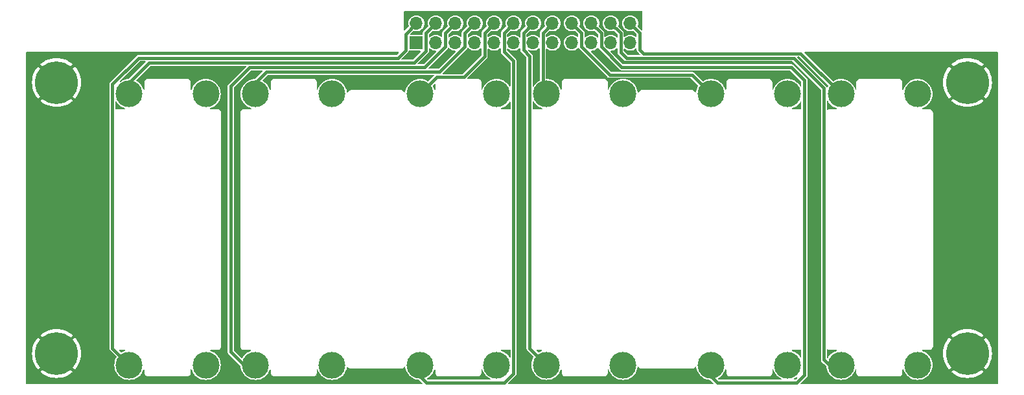
<source format=gbr>
%TF.GenerationSoftware,KiCad,Pcbnew,8.0.2*%
%TF.CreationDate,2024-05-23T18:59:23-04:00*%
%TF.ProjectId,UpperPOGO,55707065-7250-44f4-974f-2e6b69636164,rev?*%
%TF.SameCoordinates,Original*%
%TF.FileFunction,Copper,L2,Bot*%
%TF.FilePolarity,Positive*%
%FSLAX46Y46*%
G04 Gerber Fmt 4.6, Leading zero omitted, Abs format (unit mm)*
G04 Created by KiCad (PCBNEW 8.0.2) date 2024-05-23 18:59:23*
%MOMM*%
%LPD*%
G01*
G04 APERTURE LIST*
%TA.AperFunction,ComponentPad*%
%ADD10O,1.700000X1.700000*%
%TD*%
%TA.AperFunction,ComponentPad*%
%ADD11R,1.700000X1.700000*%
%TD*%
%TA.AperFunction,ComponentPad*%
%ADD12C,3.500000*%
%TD*%
%TA.AperFunction,ComponentPad*%
%ADD13C,3.600000*%
%TD*%
%TA.AperFunction,ConnectorPad*%
%ADD14C,5.600000*%
%TD*%
%TA.AperFunction,Conductor*%
%ADD15C,0.400000*%
%TD*%
G04 APERTURE END LIST*
D10*
%TO.P,J25,12,Pin_12*%
%TO.N,Net-(J12-Pin_1)*%
X161440000Y-58250000D03*
%TO.P,J25,24,Pin_24*%
%TO.N,Net-(J24-Pin_1)*%
X161440000Y-60790000D03*
%TO.P,J25,11,Pin_11*%
%TO.N,Net-(J11-Pin_1)*%
X158900000Y-58250000D03*
%TO.P,J25,23,Pin_23*%
%TO.N,Net-(J23-Pin_1)*%
X158900000Y-60790000D03*
%TO.P,J25,10,Pin_10*%
%TO.N,Net-(J10-Pin_1)*%
X156360000Y-58250000D03*
%TO.P,J25,22,Pin_22*%
%TO.N,Net-(J22-Pin_1)*%
X156360000Y-60790000D03*
%TO.P,J25,9,Pin_9*%
%TO.N,Net-(J25-Pin_9)*%
X153820000Y-58250000D03*
%TO.P,J25,21,Pin_21*%
%TO.N,Net-(J21-Pin_1)*%
X153820000Y-60790000D03*
%TO.P,J25,8,Pin_8*%
%TO.N,Net-(J25-Pin_8)*%
X151280000Y-58250000D03*
%TO.P,J25,20,Pin_20*%
%TO.N,Net-(J20-Pin_1)*%
X151280000Y-60790000D03*
%TO.P,J25,7,Pin_7*%
%TO.N,Net-(J25-Pin_7)*%
X148740000Y-58250000D03*
%TO.P,J25,19,Pin_19*%
%TO.N,Net-(J19-Pin_1)*%
X148740000Y-60790000D03*
%TO.P,J25,6,Pin_6*%
%TO.N,Net-(J25-Pin_6)*%
X146200000Y-58250000D03*
%TO.P,J25,18,Pin_18*%
%TO.N,Net-(J18-Pin_1)*%
X146200000Y-60790000D03*
%TO.P,J25,5,Pin_5*%
%TO.N,Net-(J25-Pin_5)*%
X143660000Y-58250000D03*
%TO.P,J25,17,Pin_17*%
%TO.N,Net-(J17-Pin_1)*%
X143660000Y-60790000D03*
%TO.P,J25,4,Pin_4*%
%TO.N,Net-(J25-Pin_4)*%
X141120000Y-58250000D03*
%TO.P,J25,16,Pin_16*%
%TO.N,Net-(J16-Pin_1)*%
X141120000Y-60790000D03*
%TO.P,J25,3,Pin_3*%
%TO.N,Net-(J25-Pin_3)*%
X138580000Y-58250000D03*
%TO.P,J25,15,Pin_15*%
%TO.N,Net-(J15-Pin_1)*%
X138580000Y-60790000D03*
%TO.P,J25,2,Pin_2*%
%TO.N,Net-(J2-Pin_1)*%
X136040000Y-58250000D03*
%TO.P,J25,14,Pin_14*%
%TO.N,Net-(J14-Pin_1)*%
X136040000Y-60790000D03*
%TO.P,J25,1,Pin_1*%
%TO.N,Net-(J1-Pin_1)*%
X133500000Y-58250000D03*
D11*
%TO.P,J25,13,Pin_13*%
%TO.N,Net-(J13-Pin_1)*%
X133500000Y-60790000D03*
%TD*%
D12*
%TO.P,J12,1,Pin_1*%
%TO.N,Net-(J12-Pin_1)*%
X189000000Y-67500000D03*
%TD*%
%TO.P,J16,1,Pin_1*%
%TO.N,Net-(J16-Pin_1)*%
X122500000Y-67500000D03*
%TD*%
%TO.P,J4,1,Pin_1*%
%TO.N,Net-(J25-Pin_4)*%
X112500000Y-67500000D03*
%TD*%
%TO.P,J2,1,Pin_1*%
%TO.N,Net-(J2-Pin_1)*%
X96000000Y-67500000D03*
%TD*%
%TO.P,J8,1,Pin_1*%
%TO.N,Net-(J25-Pin_8)*%
X150500000Y-67500000D03*
%TD*%
%TO.P,J17,1,Pin_1*%
%TO.N,Net-(J17-Pin_1)*%
X144000000Y-67500000D03*
%TD*%
%TO.P,J6,1,Pin_1*%
%TO.N,Net-(J25-Pin_6)*%
X134000000Y-103000000D03*
%TD*%
%TO.P,J15,1,Pin_1*%
%TO.N,Net-(J15-Pin_1)*%
X122500000Y-103000000D03*
%TD*%
D13*
%TO.P,H1,1,1*%
%TO.N,Earth*%
X86500000Y-66000000D03*
D14*
X86500000Y-66000000D03*
%TD*%
D13*
%TO.P,H3,1,1*%
%TO.N,Earth*%
X86500000Y-101500000D03*
D14*
X86500000Y-101500000D03*
%TD*%
D12*
%TO.P,J22,1,Pin_1*%
%TO.N,Net-(J22-Pin_1)*%
X182000000Y-103000000D03*
%TD*%
D13*
%TO.P,H4,1,1*%
%TO.N,Earth*%
X205500000Y-101500000D03*
D14*
X205500000Y-101500000D03*
%TD*%
D12*
%TO.P,J11,1,Pin_1*%
%TO.N,Net-(J11-Pin_1)*%
X189000000Y-103000000D03*
%TD*%
%TO.P,J10,1,Pin_1*%
%TO.N,Net-(J10-Pin_1)*%
X172000000Y-103000000D03*
%TD*%
D13*
%TO.P,H2,1,1*%
%TO.N,Earth*%
X205500000Y-66000000D03*
D14*
X205500000Y-66000000D03*
%TD*%
D12*
%TO.P,J1,1,Pin_1*%
%TO.N,Net-(J1-Pin_1)*%
X96000000Y-103000000D03*
%TD*%
%TO.P,J5,1,Pin_1*%
%TO.N,Net-(J25-Pin_5)*%
X134000000Y-67500000D03*
%TD*%
%TO.P,J23,1,Pin_1*%
%TO.N,Net-(J23-Pin_1)*%
X199000000Y-67500000D03*
%TD*%
%TO.P,J21,1,Pin_1*%
%TO.N,Net-(J21-Pin_1)*%
X182000000Y-67500000D03*
%TD*%
%TO.P,J14,1,Pin_1*%
%TO.N,Net-(J14-Pin_1)*%
X106000000Y-103000000D03*
%TD*%
%TO.P,J24,1,Pin_1*%
%TO.N,Net-(J24-Pin_1)*%
X199000000Y-103000000D03*
%TD*%
%TO.P,J20,1,Pin_1*%
%TO.N,Net-(J20-Pin_1)*%
X160500000Y-67500000D03*
%TD*%
%TO.P,J19,1,Pin_1*%
%TO.N,Net-(J19-Pin_1)*%
X160500000Y-103000000D03*
%TD*%
%TO.P,J18,1,Pin_1*%
%TO.N,Net-(J18-Pin_1)*%
X144000000Y-103000000D03*
%TD*%
%TO.P,J7,1,Pin_1*%
%TO.N,Net-(J25-Pin_7)*%
X150500000Y-103000000D03*
%TD*%
%TO.P,J9,1,Pin_1*%
%TO.N,Net-(J25-Pin_9)*%
X172000000Y-67500000D03*
%TD*%
%TO.P,J3,1,Pin_1*%
%TO.N,Net-(J25-Pin_3)*%
X112500000Y-103000000D03*
%TD*%
%TO.P,J13,1,Pin_1*%
%TO.N,Net-(J13-Pin_1)*%
X106000000Y-67500000D03*
%TD*%
D15*
%TO.N,Net-(J1-Pin_1)*%
X96000000Y-103000000D02*
X93800000Y-100800000D01*
X132100000Y-61789950D02*
X132100000Y-59650000D01*
X131089950Y-62800000D02*
X132100000Y-61789950D01*
X97200000Y-62800000D02*
X131089950Y-62800000D01*
X132100000Y-59650000D02*
X133500000Y-58250000D01*
X93800000Y-66200000D02*
X97200000Y-62800000D01*
X93800000Y-100800000D02*
X93800000Y-66200000D01*
%TO.N,Net-(J2-Pin_1)*%
X96000000Y-67500000D02*
X96000000Y-66000000D01*
X134750000Y-59540000D02*
X136040000Y-58250000D01*
X133200000Y-63400000D02*
X134750000Y-61850000D01*
X134750000Y-61850000D02*
X134750000Y-59540000D01*
X96000000Y-66000000D02*
X98600000Y-63400000D01*
X98600000Y-63400000D02*
X133200000Y-63400000D01*
%TO.N,Net-(J25-Pin_3)*%
X112500000Y-103000000D02*
X111000000Y-103000000D01*
X111750000Y-64000000D02*
X134597767Y-64000000D01*
X134597767Y-64000000D02*
X137290000Y-61307767D01*
X109250000Y-101250000D02*
X109250000Y-66500000D01*
X109250000Y-66500000D02*
X111750000Y-64000000D01*
X111000000Y-103000000D02*
X109250000Y-101250000D01*
X137290000Y-61307767D02*
X137290000Y-59540000D01*
X137290000Y-59540000D02*
X138580000Y-58250000D01*
%TO.N,Net-(J25-Pin_4)*%
X112500000Y-66000000D02*
X113900000Y-64600000D01*
X139830000Y-59540000D02*
X141120000Y-58250000D01*
X112500000Y-67500000D02*
X112500000Y-66000000D01*
X139830000Y-61307767D02*
X139830000Y-59540000D01*
X136537767Y-64600000D02*
X139830000Y-61307767D01*
X113900000Y-64600000D02*
X136537767Y-64600000D01*
%TO.N,Net-(J25-Pin_5)*%
X142410000Y-62590000D02*
X142410000Y-59500000D01*
X136200000Y-65300000D02*
X139700000Y-65300000D01*
X142410000Y-59500000D02*
X143660000Y-58250000D01*
X139700000Y-65300000D02*
X142410000Y-62590000D01*
X134000000Y-67500000D02*
X136200000Y-65300000D01*
%TO.N,Net-(J25-Pin_6)*%
X134000000Y-103000000D02*
X134000000Y-104500000D01*
X145000000Y-105300000D02*
X146200000Y-104100000D01*
X134800000Y-105300000D02*
X145000000Y-105300000D01*
X144950000Y-61950000D02*
X144950000Y-59500000D01*
X146200000Y-63200000D02*
X144950000Y-61950000D01*
X144950000Y-59500000D02*
X146200000Y-58250000D01*
X134000000Y-104500000D02*
X134800000Y-105300000D01*
X146200000Y-104100000D02*
X146200000Y-63200000D01*
%TO.N,Net-(J25-Pin_7)*%
X148300000Y-62550000D02*
X147490000Y-61740000D01*
X148300000Y-100800000D02*
X148300000Y-62550000D01*
X150500000Y-103000000D02*
X148300000Y-100800000D01*
X147490000Y-60010000D02*
X147500000Y-60000000D01*
X147490000Y-61740000D02*
X147490000Y-60010000D01*
X147500000Y-59490000D02*
X148740000Y-58250000D01*
X147500000Y-60000000D02*
X147500000Y-59490000D01*
X150500000Y-103000000D02*
X149000000Y-103000000D01*
%TO.N,Net-(J25-Pin_8)*%
X151280000Y-58250000D02*
X150030000Y-59500000D01*
X150030000Y-59500000D02*
X150030000Y-67030000D01*
X150030000Y-67030000D02*
X150500000Y-67500000D01*
%TO.N,Net-(J25-Pin_9)*%
X153820000Y-58250000D02*
X155070000Y-59500000D01*
X155070000Y-61267767D02*
X158802233Y-65000000D01*
X169500000Y-65000000D02*
X172000000Y-67500000D01*
X158802233Y-65000000D02*
X169500000Y-65000000D01*
X155070000Y-59500000D02*
X155070000Y-61267767D01*
%TO.N,Net-(J10-Pin_1)*%
X172800000Y-105300000D02*
X183200000Y-105300000D01*
X172000000Y-103000000D02*
X172000000Y-104500000D01*
X160342233Y-64000000D02*
X157650000Y-61307767D01*
X182500000Y-64000000D02*
X160342233Y-64000000D01*
X157650000Y-61307767D02*
X157650000Y-59540000D01*
X183200000Y-105300000D02*
X184200000Y-104300000D01*
X172000000Y-104500000D02*
X172800000Y-105300000D01*
X184200000Y-65700000D02*
X182500000Y-64000000D01*
X184200000Y-104300000D02*
X184200000Y-65700000D01*
X157650000Y-59540000D02*
X156360000Y-58250000D01*
%TO.N,Net-(J11-Pin_1)*%
X187500000Y-103000000D02*
X186750000Y-102250000D01*
X160190000Y-59540000D02*
X158900000Y-58250000D01*
X160190000Y-62040000D02*
X160190000Y-59540000D01*
X160950000Y-62800000D02*
X160190000Y-62040000D01*
X186750000Y-102250000D02*
X186750000Y-66750000D01*
X182800000Y-62800000D02*
X160950000Y-62800000D01*
X186750000Y-66750000D02*
X182800000Y-62800000D01*
X189000000Y-103000000D02*
X187500000Y-103000000D01*
%TO.N,Net-(J12-Pin_1)*%
X162690000Y-59500000D02*
X161440000Y-58250000D01*
X183700000Y-62200000D02*
X163205026Y-62200000D01*
X162690000Y-61684974D02*
X162690000Y-59500000D01*
X189000000Y-67500000D02*
X183700000Y-62200000D01*
X163205026Y-62200000D02*
X162690000Y-61684974D01*
%TD*%
%TA.AperFunction,Conductor*%
%TO.N,Earth*%
G36*
X131196731Y-62022174D02*
G01*
X131218405Y-62074500D01*
X131196731Y-62126826D01*
X130945731Y-62377826D01*
X130893405Y-62399500D01*
X97252727Y-62399500D01*
X97147273Y-62399500D01*
X97096342Y-62413146D01*
X97045411Y-62426793D01*
X97045407Y-62426795D01*
X96954090Y-62479517D01*
X93479517Y-65954090D01*
X93426795Y-66045407D01*
X93426793Y-66045411D01*
X93426793Y-66045412D01*
X93399500Y-66147273D01*
X93399500Y-100747273D01*
X93399500Y-100852727D01*
X93413509Y-100905011D01*
X93426793Y-100954588D01*
X93426795Y-100954592D01*
X93479517Y-101045909D01*
X93479518Y-101045910D01*
X93479520Y-101045913D01*
X93929516Y-101495909D01*
X94323349Y-101889742D01*
X94345023Y-101942068D01*
X94335971Y-101977533D01*
X94221228Y-102187666D01*
X94123733Y-102449062D01*
X94123728Y-102449081D01*
X94064421Y-102721708D01*
X94044518Y-102999993D01*
X94044518Y-103000006D01*
X94064421Y-103278291D01*
X94123728Y-103550918D01*
X94123733Y-103550937D01*
X94221228Y-103812333D01*
X94354942Y-104057211D01*
X94361441Y-104065892D01*
X94522145Y-104280568D01*
X94719432Y-104477855D01*
X94870802Y-104591169D01*
X94942788Y-104645057D01*
X95187666Y-104778771D01*
X95449062Y-104876266D01*
X95449067Y-104876267D01*
X95449077Y-104876271D01*
X95721706Y-104935578D01*
X95783549Y-104940001D01*
X95999993Y-104955482D01*
X96000000Y-104955482D01*
X96000007Y-104955482D01*
X96194805Y-104941549D01*
X96278294Y-104935578D01*
X96550923Y-104876271D01*
X96550934Y-104876266D01*
X96550937Y-104876266D01*
X96812333Y-104778771D01*
X96833570Y-104767175D01*
X97057213Y-104645056D01*
X97280568Y-104477855D01*
X97477855Y-104280568D01*
X97645056Y-104057213D01*
X97778769Y-103812337D01*
X97778769Y-103812335D01*
X97778771Y-103812333D01*
X97856166Y-103604828D01*
X97894759Y-103563375D01*
X97951360Y-103561354D01*
X97992813Y-103599947D01*
X97999500Y-103630688D01*
X97999500Y-104065894D01*
X98033606Y-104193181D01*
X98033610Y-104193190D01*
X98069061Y-104254592D01*
X98099500Y-104307314D01*
X98192686Y-104400500D01*
X98306814Y-104466392D01*
X98434105Y-104500499D01*
X98434106Y-104500500D01*
X98434108Y-104500500D01*
X103565894Y-104500500D01*
X103565894Y-104500499D01*
X103693186Y-104466392D01*
X103807314Y-104400500D01*
X103900500Y-104307314D01*
X103966392Y-104193186D01*
X104000499Y-104065894D01*
X104000500Y-104065894D01*
X104000500Y-103630688D01*
X104022174Y-103578362D01*
X104074500Y-103556688D01*
X104126826Y-103578362D01*
X104143834Y-103604828D01*
X104221228Y-103812333D01*
X104354942Y-104057211D01*
X104361441Y-104065892D01*
X104522145Y-104280568D01*
X104719432Y-104477855D01*
X104870802Y-104591169D01*
X104942788Y-104645057D01*
X105187666Y-104778771D01*
X105449062Y-104876266D01*
X105449067Y-104876267D01*
X105449077Y-104876271D01*
X105721706Y-104935578D01*
X105783549Y-104940001D01*
X105999993Y-104955482D01*
X106000000Y-104955482D01*
X106000007Y-104955482D01*
X106194805Y-104941549D01*
X106278294Y-104935578D01*
X106550923Y-104876271D01*
X106550934Y-104876266D01*
X106550937Y-104876266D01*
X106812333Y-104778771D01*
X106833570Y-104767175D01*
X107057213Y-104645056D01*
X107280568Y-104477855D01*
X107477855Y-104280568D01*
X107645056Y-104057213D01*
X107778769Y-103812337D01*
X107778769Y-103812335D01*
X107778771Y-103812333D01*
X107876266Y-103550937D01*
X107876266Y-103550934D01*
X107876271Y-103550923D01*
X107935578Y-103278294D01*
X107942212Y-103185529D01*
X107955482Y-103000006D01*
X107955482Y-102999993D01*
X107935578Y-102721708D01*
X107935578Y-102721706D01*
X107876271Y-102449077D01*
X107876267Y-102449067D01*
X107876266Y-102449062D01*
X107778771Y-102187666D01*
X107645057Y-101942788D01*
X107582224Y-101858853D01*
X107477855Y-101719432D01*
X107280568Y-101522145D01*
X107069479Y-101364126D01*
X107057211Y-101354942D01*
X106812333Y-101221228D01*
X106604828Y-101143834D01*
X106563375Y-101105241D01*
X106561354Y-101048640D01*
X106599947Y-101007187D01*
X106630688Y-101000500D01*
X107565894Y-101000500D01*
X107565894Y-101000499D01*
X107693186Y-100966392D01*
X107807314Y-100900500D01*
X107900500Y-100807314D01*
X107966392Y-100693186D01*
X108000499Y-100565894D01*
X108000500Y-100565894D01*
X108000500Y-88933097D01*
X108000000Y-88925460D01*
X108000000Y-86581074D01*
X108000189Y-86575794D01*
X108005610Y-86500005D01*
X108005610Y-86499993D01*
X108000189Y-86424203D01*
X108000000Y-86418924D01*
X108000000Y-84074540D01*
X108000500Y-84066910D01*
X108000500Y-69934106D01*
X108000499Y-69934105D01*
X107973951Y-69835027D01*
X107966392Y-69806814D01*
X107900500Y-69692686D01*
X107807314Y-69599500D01*
X107738500Y-69559770D01*
X107693190Y-69533610D01*
X107693181Y-69533606D01*
X107565894Y-69499500D01*
X107565892Y-69499500D01*
X106630688Y-69499500D01*
X106578362Y-69477826D01*
X106556688Y-69425500D01*
X106578362Y-69373174D01*
X106604828Y-69356166D01*
X106812333Y-69278771D01*
X106885097Y-69239039D01*
X107057213Y-69145056D01*
X107280568Y-68977855D01*
X107477855Y-68780568D01*
X107645056Y-68557213D01*
X107778769Y-68312337D01*
X107778769Y-68312335D01*
X107778771Y-68312333D01*
X107876266Y-68050937D01*
X107876266Y-68050934D01*
X107876271Y-68050923D01*
X107935578Y-67778294D01*
X107955482Y-67500000D01*
X107955482Y-67499993D01*
X107939489Y-67276387D01*
X107935578Y-67221706D01*
X107876271Y-66949077D01*
X107876267Y-66949067D01*
X107876266Y-66949062D01*
X107778771Y-66687666D01*
X107645057Y-66442788D01*
X107582224Y-66358853D01*
X107477855Y-66219432D01*
X107280568Y-66022145D01*
X107082772Y-65874077D01*
X107057211Y-65854942D01*
X106812333Y-65721228D01*
X106550937Y-65623733D01*
X106550925Y-65623730D01*
X106550923Y-65623729D01*
X106495971Y-65611775D01*
X106278291Y-65564421D01*
X106000007Y-65544518D01*
X105999993Y-65544518D01*
X105721708Y-65564421D01*
X105449081Y-65623728D01*
X105449062Y-65623733D01*
X105187666Y-65721228D01*
X104942788Y-65854942D01*
X104719429Y-66022147D01*
X104522147Y-66219429D01*
X104354942Y-66442788D01*
X104221228Y-66687666D01*
X104143834Y-66895171D01*
X104105241Y-66936624D01*
X104048640Y-66938645D01*
X104007187Y-66900052D01*
X104000500Y-66869311D01*
X104000500Y-65934106D01*
X104000499Y-65934105D01*
X103993726Y-65908829D01*
X103966392Y-65806814D01*
X103900500Y-65692686D01*
X103807314Y-65599500D01*
X103693190Y-65533610D01*
X103693181Y-65533606D01*
X103565894Y-65499500D01*
X103565892Y-65499500D01*
X98565892Y-65499500D01*
X98434108Y-65499500D01*
X98434106Y-65499500D01*
X98306818Y-65533606D01*
X98306809Y-65533610D01*
X98192685Y-65599500D01*
X98099500Y-65692685D01*
X98033610Y-65806809D01*
X98033606Y-65806818D01*
X97999500Y-65934105D01*
X97999500Y-66869311D01*
X97977826Y-66921637D01*
X97925500Y-66943311D01*
X97873174Y-66921637D01*
X97856166Y-66895171D01*
X97778771Y-66687666D01*
X97645057Y-66442788D01*
X97582224Y-66358853D01*
X97477855Y-66219432D01*
X97280568Y-66022145D01*
X97082772Y-65874077D01*
X97057211Y-65854942D01*
X96920328Y-65780198D01*
X96884790Y-65736098D01*
X96890845Y-65679785D01*
X96903463Y-65662928D01*
X98744219Y-63822174D01*
X98796545Y-63800500D01*
X111204455Y-63800500D01*
X111256781Y-63822174D01*
X111278455Y-63874500D01*
X111256781Y-63926826D01*
X108929517Y-66254090D01*
X108876791Y-66345414D01*
X108869347Y-66373204D01*
X108869346Y-66373207D01*
X108849500Y-66447270D01*
X108849500Y-66447273D01*
X108849500Y-101197273D01*
X108849500Y-101302727D01*
X108866579Y-101366469D01*
X108876793Y-101404588D01*
X108876795Y-101404592D01*
X108929517Y-101495909D01*
X108929518Y-101495910D01*
X108929520Y-101495913D01*
X109772191Y-102338583D01*
X110533545Y-103099937D01*
X110555030Y-103146984D01*
X110564421Y-103278291D01*
X110623728Y-103550918D01*
X110623733Y-103550937D01*
X110721228Y-103812333D01*
X110854942Y-104057211D01*
X110861441Y-104065892D01*
X111022145Y-104280568D01*
X111219432Y-104477855D01*
X111370802Y-104591169D01*
X111442788Y-104645057D01*
X111687666Y-104778771D01*
X111949062Y-104876266D01*
X111949067Y-104876267D01*
X111949077Y-104876271D01*
X112221706Y-104935578D01*
X112283549Y-104940001D01*
X112499993Y-104955482D01*
X112500000Y-104955482D01*
X112500007Y-104955482D01*
X112694805Y-104941549D01*
X112778294Y-104935578D01*
X113050923Y-104876271D01*
X113050934Y-104876266D01*
X113050937Y-104876266D01*
X113312333Y-104778771D01*
X113333570Y-104767175D01*
X113557213Y-104645056D01*
X113780568Y-104477855D01*
X113977855Y-104280568D01*
X114145056Y-104057213D01*
X114278769Y-103812337D01*
X114278769Y-103812335D01*
X114278771Y-103812333D01*
X114356166Y-103604828D01*
X114394759Y-103563375D01*
X114451360Y-103561354D01*
X114492813Y-103599947D01*
X114499500Y-103630688D01*
X114499500Y-104065894D01*
X114533606Y-104193181D01*
X114533610Y-104193190D01*
X114569061Y-104254592D01*
X114599500Y-104307314D01*
X114692686Y-104400500D01*
X114806814Y-104466392D01*
X114934105Y-104500499D01*
X114934106Y-104500500D01*
X114934108Y-104500500D01*
X120065894Y-104500500D01*
X120065894Y-104500499D01*
X120193186Y-104466392D01*
X120307314Y-104400500D01*
X120400500Y-104307314D01*
X120466392Y-104193186D01*
X120500499Y-104065894D01*
X120500500Y-104065894D01*
X120500500Y-103630688D01*
X120522174Y-103578362D01*
X120574500Y-103556688D01*
X120626826Y-103578362D01*
X120643834Y-103604828D01*
X120721228Y-103812333D01*
X120854942Y-104057211D01*
X120861441Y-104065892D01*
X121022145Y-104280568D01*
X121219432Y-104477855D01*
X121370802Y-104591169D01*
X121442788Y-104645057D01*
X121687666Y-104778771D01*
X121949062Y-104876266D01*
X121949067Y-104876267D01*
X121949077Y-104876271D01*
X122221706Y-104935578D01*
X122283549Y-104940001D01*
X122499993Y-104955482D01*
X122500000Y-104955482D01*
X122500007Y-104955482D01*
X122694805Y-104941549D01*
X122778294Y-104935578D01*
X123050923Y-104876271D01*
X123050934Y-104876266D01*
X123050937Y-104876266D01*
X123312333Y-104778771D01*
X123333570Y-104767175D01*
X123557213Y-104645056D01*
X123780568Y-104477855D01*
X123977855Y-104280568D01*
X124145056Y-104057213D01*
X124278769Y-103812337D01*
X124278769Y-103812335D01*
X124278771Y-103812333D01*
X124376266Y-103550937D01*
X124376266Y-103550934D01*
X124376271Y-103550923D01*
X124435165Y-103280190D01*
X124467467Y-103233668D01*
X124523204Y-103223612D01*
X124569727Y-103255914D01*
X124571560Y-103258921D01*
X124582745Y-103278294D01*
X124599500Y-103307314D01*
X124692686Y-103400500D01*
X124806814Y-103466392D01*
X124934105Y-103500499D01*
X124934106Y-103500500D01*
X124934108Y-103500500D01*
X131565894Y-103500500D01*
X131565894Y-103500499D01*
X131693186Y-103466392D01*
X131807314Y-103400500D01*
X131900500Y-103307314D01*
X131928439Y-103258921D01*
X131973372Y-103224443D01*
X132029524Y-103231835D01*
X132064003Y-103276768D01*
X132064834Y-103280191D01*
X132123728Y-103550918D01*
X132123733Y-103550937D01*
X132221228Y-103812333D01*
X132354942Y-104057211D01*
X132361441Y-104065892D01*
X132522145Y-104280568D01*
X132719432Y-104477855D01*
X132870802Y-104591169D01*
X132942788Y-104645057D01*
X133187666Y-104778771D01*
X133449062Y-104876266D01*
X133449067Y-104876267D01*
X133449077Y-104876271D01*
X133721706Y-104935578D01*
X133853014Y-104944969D01*
X133900061Y-104966454D01*
X134306781Y-105373174D01*
X134328455Y-105425500D01*
X134306781Y-105477826D01*
X134254455Y-105499500D01*
X82574500Y-105499500D01*
X82522174Y-105477826D01*
X82500500Y-105425500D01*
X82500500Y-101500000D01*
X83294958Y-101500000D01*
X83315111Y-101858853D01*
X83315113Y-101858865D01*
X83375313Y-102213184D01*
X83474815Y-102558560D01*
X83612352Y-102890607D01*
X83612363Y-102890628D01*
X83786206Y-103205173D01*
X83786210Y-103205180D01*
X83994199Y-103498313D01*
X84100213Y-103616942D01*
X85235502Y-102481652D01*
X85279588Y-102542330D01*
X85457670Y-102720412D01*
X85518346Y-102764495D01*
X84383055Y-103899786D01*
X84501681Y-104005796D01*
X84794819Y-104213789D01*
X84794826Y-104213793D01*
X85109371Y-104387636D01*
X85109392Y-104387647D01*
X85441439Y-104525184D01*
X85786816Y-104624686D01*
X85786814Y-104624686D01*
X86141134Y-104684886D01*
X86141146Y-104684888D01*
X86500000Y-104705041D01*
X86858853Y-104684888D01*
X86858865Y-104684886D01*
X87213184Y-104624686D01*
X87558560Y-104525184D01*
X87890607Y-104387647D01*
X87890628Y-104387636D01*
X88205173Y-104213793D01*
X88205180Y-104213789D01*
X88498318Y-104005796D01*
X88616942Y-103899786D01*
X88616943Y-103899786D01*
X87481653Y-102764496D01*
X87542330Y-102720412D01*
X87720412Y-102542330D01*
X87764496Y-102481653D01*
X88899786Y-103616943D01*
X88899786Y-103616942D01*
X89005796Y-103498318D01*
X89213789Y-103205180D01*
X89213793Y-103205173D01*
X89387636Y-102890628D01*
X89387647Y-102890607D01*
X89525184Y-102558560D01*
X89624686Y-102213184D01*
X89684886Y-101858865D01*
X89684888Y-101858853D01*
X89705041Y-101500000D01*
X89684888Y-101141146D01*
X89684886Y-101141134D01*
X89624686Y-100786815D01*
X89525184Y-100441439D01*
X89387647Y-100109392D01*
X89387636Y-100109371D01*
X89213793Y-99794826D01*
X89213789Y-99794819D01*
X89005796Y-99501681D01*
X88899786Y-99383056D01*
X88899786Y-99383055D01*
X87764495Y-100518345D01*
X87720412Y-100457670D01*
X87542330Y-100279588D01*
X87481652Y-100235502D01*
X88616942Y-99100213D01*
X88498313Y-98994199D01*
X88205180Y-98786210D01*
X88205173Y-98786206D01*
X87890628Y-98612363D01*
X87890607Y-98612352D01*
X87558560Y-98474815D01*
X87213183Y-98375313D01*
X87213185Y-98375313D01*
X86858865Y-98315113D01*
X86858853Y-98315111D01*
X86500000Y-98294958D01*
X86141146Y-98315111D01*
X86141134Y-98315113D01*
X85786815Y-98375313D01*
X85441439Y-98474815D01*
X85109392Y-98612352D01*
X85109371Y-98612363D01*
X84794826Y-98786206D01*
X84794819Y-98786210D01*
X84501686Y-98994199D01*
X84383055Y-99100212D01*
X85518346Y-100235503D01*
X85457670Y-100279588D01*
X85279588Y-100457670D01*
X85235503Y-100518346D01*
X84100212Y-99383055D01*
X83994199Y-99501686D01*
X83786210Y-99794819D01*
X83786206Y-99794826D01*
X83612363Y-100109371D01*
X83612352Y-100109392D01*
X83474815Y-100441439D01*
X83375313Y-100786815D01*
X83315113Y-101141134D01*
X83315111Y-101141146D01*
X83294958Y-101500000D01*
X82500500Y-101500000D01*
X82500500Y-66000000D01*
X83294958Y-66000000D01*
X83315111Y-66358853D01*
X83315113Y-66358865D01*
X83375313Y-66713184D01*
X83474815Y-67058560D01*
X83612352Y-67390607D01*
X83612363Y-67390628D01*
X83786206Y-67705173D01*
X83786210Y-67705180D01*
X83994199Y-67998313D01*
X84100213Y-68116942D01*
X85235502Y-66981652D01*
X85279588Y-67042330D01*
X85457670Y-67220412D01*
X85518346Y-67264495D01*
X84383055Y-68399786D01*
X84501681Y-68505796D01*
X84794819Y-68713789D01*
X84794826Y-68713793D01*
X85109371Y-68887636D01*
X85109392Y-68887647D01*
X85441439Y-69025184D01*
X85786816Y-69124686D01*
X85786814Y-69124686D01*
X86141134Y-69184886D01*
X86141146Y-69184888D01*
X86500000Y-69205041D01*
X86858853Y-69184888D01*
X86858865Y-69184886D01*
X87213184Y-69124686D01*
X87558560Y-69025184D01*
X87890607Y-68887647D01*
X87890628Y-68887636D01*
X88205173Y-68713793D01*
X88205180Y-68713789D01*
X88498318Y-68505796D01*
X88616942Y-68399786D01*
X88616943Y-68399786D01*
X87481653Y-67264496D01*
X87542330Y-67220412D01*
X87720412Y-67042330D01*
X87764496Y-66981653D01*
X88899786Y-68116943D01*
X88899786Y-68116942D01*
X89005796Y-67998318D01*
X89213789Y-67705180D01*
X89213793Y-67705173D01*
X89387636Y-67390628D01*
X89387647Y-67390607D01*
X89525184Y-67058560D01*
X89624686Y-66713184D01*
X89684886Y-66358865D01*
X89684888Y-66358853D01*
X89705041Y-66000000D01*
X89684888Y-65641146D01*
X89684886Y-65641134D01*
X89624686Y-65286815D01*
X89525184Y-64941439D01*
X89387647Y-64609392D01*
X89387636Y-64609371D01*
X89213793Y-64294826D01*
X89213789Y-64294819D01*
X89005796Y-64001681D01*
X88899786Y-63883056D01*
X88899786Y-63883055D01*
X87764495Y-65018345D01*
X87720412Y-64957670D01*
X87542330Y-64779588D01*
X87481652Y-64735502D01*
X88616942Y-63600213D01*
X88498313Y-63494199D01*
X88205180Y-63286210D01*
X88205173Y-63286206D01*
X87890628Y-63112363D01*
X87890607Y-63112352D01*
X87558560Y-62974815D01*
X87213183Y-62875313D01*
X87213185Y-62875313D01*
X86858865Y-62815113D01*
X86858853Y-62815111D01*
X86500000Y-62794958D01*
X86141146Y-62815111D01*
X86141134Y-62815113D01*
X85786815Y-62875313D01*
X85441439Y-62974815D01*
X85109392Y-63112352D01*
X85109371Y-63112363D01*
X84794826Y-63286206D01*
X84794819Y-63286210D01*
X84501686Y-63494199D01*
X84383055Y-63600212D01*
X85518346Y-64735503D01*
X85457670Y-64779588D01*
X85279588Y-64957670D01*
X85235503Y-65018346D01*
X84100212Y-63883055D01*
X83994199Y-64001686D01*
X83786210Y-64294819D01*
X83786206Y-64294826D01*
X83612363Y-64609371D01*
X83612352Y-64609392D01*
X83474815Y-64941439D01*
X83375313Y-65286815D01*
X83315113Y-65641134D01*
X83315111Y-65641146D01*
X83294958Y-66000000D01*
X82500500Y-66000000D01*
X82500500Y-62074500D01*
X82522174Y-62022174D01*
X82574500Y-62000500D01*
X131144405Y-62000500D01*
X131196731Y-62022174D01*
G37*
%TD.AperFunction*%
%TA.AperFunction,Conductor*%
G36*
X159762444Y-61511666D02*
G01*
X159789144Y-61561615D01*
X159789500Y-61568870D01*
X159789500Y-61987273D01*
X159789500Y-62092727D01*
X159798637Y-62126826D01*
X159816793Y-62194588D01*
X159816795Y-62194592D01*
X159869517Y-62285909D01*
X159869518Y-62285910D01*
X159869520Y-62285913D01*
X160629519Y-63045912D01*
X160629520Y-63045913D01*
X160704087Y-63120480D01*
X160795413Y-63173207D01*
X160897270Y-63200499D01*
X160897271Y-63200500D01*
X160897273Y-63200500D01*
X182603455Y-63200500D01*
X182655781Y-63222174D01*
X186327826Y-66894218D01*
X186349500Y-66946544D01*
X186349500Y-102197273D01*
X186349500Y-102302727D01*
X186376793Y-102404588D01*
X186376795Y-102404592D01*
X186429517Y-102495909D01*
X186429518Y-102495910D01*
X186429520Y-102495913D01*
X186765103Y-102831496D01*
X187033545Y-103099938D01*
X187055030Y-103146985D01*
X187064421Y-103278291D01*
X187123728Y-103550918D01*
X187123733Y-103550937D01*
X187221228Y-103812333D01*
X187354942Y-104057211D01*
X187361441Y-104065892D01*
X187522145Y-104280568D01*
X187719432Y-104477855D01*
X187870802Y-104591169D01*
X187942788Y-104645057D01*
X188187666Y-104778771D01*
X188449062Y-104876266D01*
X188449067Y-104876267D01*
X188449077Y-104876271D01*
X188721706Y-104935578D01*
X188783549Y-104940001D01*
X188999993Y-104955482D01*
X189000000Y-104955482D01*
X189000007Y-104955482D01*
X189194805Y-104941549D01*
X189278294Y-104935578D01*
X189550923Y-104876271D01*
X189550934Y-104876266D01*
X189550937Y-104876266D01*
X189812333Y-104778771D01*
X189833570Y-104767175D01*
X190057213Y-104645056D01*
X190280568Y-104477855D01*
X190477855Y-104280568D01*
X190645056Y-104057213D01*
X190778769Y-103812337D01*
X190778769Y-103812335D01*
X190778771Y-103812333D01*
X190856166Y-103604828D01*
X190894759Y-103563375D01*
X190951360Y-103561354D01*
X190992813Y-103599947D01*
X190999500Y-103630688D01*
X190999500Y-104065894D01*
X191033606Y-104193181D01*
X191033610Y-104193190D01*
X191069061Y-104254592D01*
X191099500Y-104307314D01*
X191192686Y-104400500D01*
X191306814Y-104466392D01*
X191434105Y-104500499D01*
X191434106Y-104500500D01*
X191434108Y-104500500D01*
X196565894Y-104500500D01*
X196565894Y-104500499D01*
X196693186Y-104466392D01*
X196807314Y-104400500D01*
X196900500Y-104307314D01*
X196966392Y-104193186D01*
X197000499Y-104065894D01*
X197000500Y-104065894D01*
X197000500Y-103630688D01*
X197022174Y-103578362D01*
X197074500Y-103556688D01*
X197126826Y-103578362D01*
X197143834Y-103604828D01*
X197221228Y-103812333D01*
X197354942Y-104057211D01*
X197361441Y-104065892D01*
X197522145Y-104280568D01*
X197719432Y-104477855D01*
X197870802Y-104591169D01*
X197942788Y-104645057D01*
X198187666Y-104778771D01*
X198449062Y-104876266D01*
X198449067Y-104876267D01*
X198449077Y-104876271D01*
X198721706Y-104935578D01*
X198783549Y-104940001D01*
X198999993Y-104955482D01*
X199000000Y-104955482D01*
X199000007Y-104955482D01*
X199194805Y-104941549D01*
X199278294Y-104935578D01*
X199550923Y-104876271D01*
X199550934Y-104876266D01*
X199550937Y-104876266D01*
X199812333Y-104778771D01*
X199833570Y-104767175D01*
X200057213Y-104645056D01*
X200280568Y-104477855D01*
X200477855Y-104280568D01*
X200645056Y-104057213D01*
X200778769Y-103812337D01*
X200778769Y-103812335D01*
X200778771Y-103812333D01*
X200876266Y-103550937D01*
X200876266Y-103550934D01*
X200876271Y-103550923D01*
X200935578Y-103278294D01*
X200942212Y-103185529D01*
X200955482Y-103000006D01*
X200955482Y-102999993D01*
X200935578Y-102721708D01*
X200935578Y-102721706D01*
X200876271Y-102449077D01*
X200876267Y-102449067D01*
X200876266Y-102449062D01*
X200778771Y-102187666D01*
X200645057Y-101942788D01*
X200582224Y-101858853D01*
X200477855Y-101719432D01*
X200280568Y-101522145D01*
X200250986Y-101500000D01*
X202294958Y-101500000D01*
X202315111Y-101858853D01*
X202315113Y-101858865D01*
X202375313Y-102213184D01*
X202474815Y-102558560D01*
X202612352Y-102890607D01*
X202612363Y-102890628D01*
X202786206Y-103205173D01*
X202786210Y-103205180D01*
X202994199Y-103498313D01*
X203100213Y-103616942D01*
X204235502Y-102481652D01*
X204279588Y-102542330D01*
X204457670Y-102720412D01*
X204518346Y-102764495D01*
X203383055Y-103899786D01*
X203501681Y-104005796D01*
X203794819Y-104213789D01*
X203794826Y-104213793D01*
X204109371Y-104387636D01*
X204109392Y-104387647D01*
X204441439Y-104525184D01*
X204786816Y-104624686D01*
X204786814Y-104624686D01*
X205141134Y-104684886D01*
X205141146Y-104684888D01*
X205500000Y-104705041D01*
X205858853Y-104684888D01*
X205858865Y-104684886D01*
X206213184Y-104624686D01*
X206558560Y-104525184D01*
X206890607Y-104387647D01*
X206890628Y-104387636D01*
X207205173Y-104213793D01*
X207205180Y-104213789D01*
X207498318Y-104005796D01*
X207616942Y-103899786D01*
X207616943Y-103899786D01*
X206481653Y-102764496D01*
X206542330Y-102720412D01*
X206720412Y-102542330D01*
X206764496Y-102481653D01*
X207899786Y-103616943D01*
X207899786Y-103616942D01*
X208005796Y-103498318D01*
X208213789Y-103205180D01*
X208213793Y-103205173D01*
X208387636Y-102890628D01*
X208387647Y-102890607D01*
X208525184Y-102558560D01*
X208624686Y-102213184D01*
X208684886Y-101858865D01*
X208684888Y-101858853D01*
X208705041Y-101500000D01*
X208684888Y-101141146D01*
X208684886Y-101141134D01*
X208624686Y-100786815D01*
X208525184Y-100441439D01*
X208387647Y-100109392D01*
X208387636Y-100109371D01*
X208213793Y-99794826D01*
X208213789Y-99794819D01*
X208005796Y-99501681D01*
X207899786Y-99383056D01*
X207899786Y-99383055D01*
X206764495Y-100518345D01*
X206720412Y-100457670D01*
X206542330Y-100279588D01*
X206481652Y-100235502D01*
X207616942Y-99100213D01*
X207498313Y-98994199D01*
X207205180Y-98786210D01*
X207205173Y-98786206D01*
X206890628Y-98612363D01*
X206890607Y-98612352D01*
X206558560Y-98474815D01*
X206213183Y-98375313D01*
X206213185Y-98375313D01*
X205858865Y-98315113D01*
X205858853Y-98315111D01*
X205500000Y-98294958D01*
X205141146Y-98315111D01*
X205141134Y-98315113D01*
X204786815Y-98375313D01*
X204441439Y-98474815D01*
X204109392Y-98612352D01*
X204109371Y-98612363D01*
X203794826Y-98786206D01*
X203794819Y-98786210D01*
X203501686Y-98994199D01*
X203383055Y-99100212D01*
X204518346Y-100235503D01*
X204457670Y-100279588D01*
X204279588Y-100457670D01*
X204235503Y-100518346D01*
X203100212Y-99383055D01*
X202994199Y-99501686D01*
X202786210Y-99794819D01*
X202786206Y-99794826D01*
X202612363Y-100109371D01*
X202612352Y-100109392D01*
X202474815Y-100441439D01*
X202375313Y-100786815D01*
X202315113Y-101141134D01*
X202315111Y-101141146D01*
X202294958Y-101500000D01*
X200250986Y-101500000D01*
X200069479Y-101364126D01*
X200057211Y-101354942D01*
X199812333Y-101221228D01*
X199604828Y-101143834D01*
X199563375Y-101105241D01*
X199561354Y-101048640D01*
X199599947Y-101007187D01*
X199630688Y-101000500D01*
X200565894Y-101000500D01*
X200565894Y-101000499D01*
X200693186Y-100966392D01*
X200807314Y-100900500D01*
X200900500Y-100807314D01*
X200966392Y-100693186D01*
X201000499Y-100565894D01*
X201000500Y-100565894D01*
X201000500Y-69934106D01*
X201000499Y-69934105D01*
X200973951Y-69835027D01*
X200966392Y-69806814D01*
X200900500Y-69692686D01*
X200807314Y-69599500D01*
X200738500Y-69559770D01*
X200693190Y-69533610D01*
X200693181Y-69533606D01*
X200565894Y-69499500D01*
X200565892Y-69499500D01*
X199630688Y-69499500D01*
X199578362Y-69477826D01*
X199556688Y-69425500D01*
X199578362Y-69373174D01*
X199604828Y-69356166D01*
X199812333Y-69278771D01*
X199885097Y-69239039D01*
X200057213Y-69145056D01*
X200280568Y-68977855D01*
X200477855Y-68780568D01*
X200645056Y-68557213D01*
X200778769Y-68312337D01*
X200778769Y-68312335D01*
X200778771Y-68312333D01*
X200876266Y-68050937D01*
X200876266Y-68050934D01*
X200876271Y-68050923D01*
X200935578Y-67778294D01*
X200955482Y-67500000D01*
X200955482Y-67499993D01*
X200939489Y-67276387D01*
X200935578Y-67221706D01*
X200876271Y-66949077D01*
X200876267Y-66949067D01*
X200876266Y-66949062D01*
X200778771Y-66687666D01*
X200645057Y-66442788D01*
X200582224Y-66358853D01*
X200477855Y-66219432D01*
X200280568Y-66022145D01*
X200250986Y-66000000D01*
X202294958Y-66000000D01*
X202315111Y-66358853D01*
X202315113Y-66358865D01*
X202375313Y-66713184D01*
X202474815Y-67058560D01*
X202612352Y-67390607D01*
X202612363Y-67390628D01*
X202786206Y-67705173D01*
X202786210Y-67705180D01*
X202994199Y-67998313D01*
X203100213Y-68116942D01*
X204235502Y-66981652D01*
X204279588Y-67042330D01*
X204457670Y-67220412D01*
X204518346Y-67264495D01*
X203383055Y-68399786D01*
X203501681Y-68505796D01*
X203794819Y-68713789D01*
X203794826Y-68713793D01*
X204109371Y-68887636D01*
X204109392Y-68887647D01*
X204441439Y-69025184D01*
X204786816Y-69124686D01*
X204786814Y-69124686D01*
X205141134Y-69184886D01*
X205141146Y-69184888D01*
X205500000Y-69205041D01*
X205858853Y-69184888D01*
X205858865Y-69184886D01*
X206213184Y-69124686D01*
X206558560Y-69025184D01*
X206890607Y-68887647D01*
X206890628Y-68887636D01*
X207205173Y-68713793D01*
X207205180Y-68713789D01*
X207498318Y-68505796D01*
X207616942Y-68399786D01*
X207616943Y-68399786D01*
X206481653Y-67264496D01*
X206542330Y-67220412D01*
X206720412Y-67042330D01*
X206764496Y-66981653D01*
X207899786Y-68116943D01*
X207899786Y-68116942D01*
X208005796Y-67998318D01*
X208213789Y-67705180D01*
X208213793Y-67705173D01*
X208387636Y-67390628D01*
X208387647Y-67390607D01*
X208525184Y-67058560D01*
X208624686Y-66713184D01*
X208684886Y-66358865D01*
X208684888Y-66358853D01*
X208705041Y-66000000D01*
X208684888Y-65641146D01*
X208684886Y-65641134D01*
X208624686Y-65286815D01*
X208525184Y-64941439D01*
X208387647Y-64609392D01*
X208387636Y-64609371D01*
X208213793Y-64294826D01*
X208213789Y-64294819D01*
X208005796Y-64001681D01*
X207899786Y-63883056D01*
X207899786Y-63883055D01*
X206764495Y-65018345D01*
X206720412Y-64957670D01*
X206542330Y-64779588D01*
X206481652Y-64735502D01*
X207616942Y-63600213D01*
X207498313Y-63494199D01*
X207205180Y-63286210D01*
X207205173Y-63286206D01*
X206890628Y-63112363D01*
X206890607Y-63112352D01*
X206558560Y-62974815D01*
X206213183Y-62875313D01*
X206213185Y-62875313D01*
X205858865Y-62815113D01*
X205858853Y-62815111D01*
X205500000Y-62794958D01*
X205141146Y-62815111D01*
X205141134Y-62815113D01*
X204786815Y-62875313D01*
X204441439Y-62974815D01*
X204109392Y-63112352D01*
X204109371Y-63112363D01*
X203794826Y-63286206D01*
X203794819Y-63286210D01*
X203501686Y-63494199D01*
X203383055Y-63600212D01*
X204518346Y-64735503D01*
X204457670Y-64779588D01*
X204279588Y-64957670D01*
X204235503Y-65018346D01*
X203100212Y-63883055D01*
X202994199Y-64001686D01*
X202786210Y-64294819D01*
X202786206Y-64294826D01*
X202612363Y-64609371D01*
X202612352Y-64609392D01*
X202474815Y-64941439D01*
X202375313Y-65286815D01*
X202315113Y-65641134D01*
X202315111Y-65641146D01*
X202294958Y-66000000D01*
X200250986Y-66000000D01*
X200082772Y-65874077D01*
X200057211Y-65854942D01*
X199812333Y-65721228D01*
X199550937Y-65623733D01*
X199550925Y-65623730D01*
X199550923Y-65623729D01*
X199495971Y-65611775D01*
X199278291Y-65564421D01*
X199000007Y-65544518D01*
X198999993Y-65544518D01*
X198721708Y-65564421D01*
X198449081Y-65623728D01*
X198449062Y-65623733D01*
X198187666Y-65721228D01*
X197942788Y-65854942D01*
X197719429Y-66022147D01*
X197522147Y-66219429D01*
X197354942Y-66442788D01*
X197221228Y-66687666D01*
X197143834Y-66895171D01*
X197105241Y-66936624D01*
X197048640Y-66938645D01*
X197007187Y-66900052D01*
X197000500Y-66869311D01*
X197000500Y-65934106D01*
X197000499Y-65934105D01*
X196993726Y-65908829D01*
X196966392Y-65806814D01*
X196900500Y-65692686D01*
X196807314Y-65599500D01*
X196693190Y-65533610D01*
X196693181Y-65533606D01*
X196565894Y-65499500D01*
X196565892Y-65499500D01*
X191565892Y-65499500D01*
X191434108Y-65499500D01*
X191434106Y-65499500D01*
X191306818Y-65533606D01*
X191306809Y-65533610D01*
X191192685Y-65599500D01*
X191099500Y-65692685D01*
X191033610Y-65806809D01*
X191033606Y-65806818D01*
X190999500Y-65934105D01*
X190999500Y-66869311D01*
X190977826Y-66921637D01*
X190925500Y-66943311D01*
X190873174Y-66921637D01*
X190856166Y-66895171D01*
X190778771Y-66687666D01*
X190645057Y-66442788D01*
X190582224Y-66358853D01*
X190477855Y-66219432D01*
X190280568Y-66022145D01*
X190082772Y-65874077D01*
X190057211Y-65854942D01*
X189812333Y-65721228D01*
X189550937Y-65623733D01*
X189550925Y-65623730D01*
X189550923Y-65623729D01*
X189495971Y-65611775D01*
X189278291Y-65564421D01*
X189000007Y-65544518D01*
X188999993Y-65544518D01*
X188721708Y-65564421D01*
X188449081Y-65623728D01*
X188449062Y-65623733D01*
X188187666Y-65721228D01*
X187977533Y-65835971D01*
X187921220Y-65842026D01*
X187889742Y-65823349D01*
X184193219Y-62126826D01*
X184171545Y-62074500D01*
X184193219Y-62022174D01*
X184245545Y-62000500D01*
X209425500Y-62000500D01*
X209477826Y-62022174D01*
X209499500Y-62074500D01*
X209499500Y-105425500D01*
X209477826Y-105477826D01*
X209425500Y-105499500D01*
X183745545Y-105499500D01*
X183693219Y-105477826D01*
X183671545Y-105425500D01*
X183693219Y-105373174D01*
X183858125Y-105208266D01*
X184445910Y-104620481D01*
X184445913Y-104620480D01*
X184520480Y-104545913D01*
X184573207Y-104454587D01*
X184586636Y-104404469D01*
X184600501Y-104352727D01*
X184600501Y-104247273D01*
X184600501Y-104242744D01*
X184600500Y-104242726D01*
X184600500Y-65647274D01*
X184594621Y-65625332D01*
X184573207Y-65545412D01*
X184555000Y-65513876D01*
X184520482Y-65454090D01*
X184520481Y-65454089D01*
X184520480Y-65454087D01*
X182745913Y-63679520D01*
X182745910Y-63679518D01*
X182745909Y-63679517D01*
X182654592Y-63626795D01*
X182654588Y-63626793D01*
X182552727Y-63599500D01*
X182552726Y-63599500D01*
X160538778Y-63599500D01*
X160486452Y-63577826D01*
X158877914Y-61969288D01*
X158856240Y-61916962D01*
X158877914Y-61864636D01*
X158922984Y-61843319D01*
X159105934Y-61825300D01*
X159303954Y-61765232D01*
X159486450Y-61667685D01*
X159646410Y-61536410D01*
X159658297Y-61521925D01*
X159708245Y-61495226D01*
X159762444Y-61511666D01*
G37*
%TD.AperFunction*%
%TD*%
%TA.AperFunction,NonConductor*%
G36*
X160711444Y-61551062D02*
G01*
X160853550Y-61667685D01*
X161036046Y-61765232D01*
X161234066Y-61825300D01*
X161440000Y-61845583D01*
X161645934Y-61825300D01*
X161843954Y-61765232D01*
X162026450Y-61667685D01*
X162168555Y-61551062D01*
X162222753Y-61534622D01*
X162272703Y-61561321D01*
X162289500Y-61608266D01*
X162289500Y-61632247D01*
X162289500Y-61737701D01*
X162304244Y-61792727D01*
X162316793Y-61839562D01*
X162316795Y-61839566D01*
X162369517Y-61930883D01*
X162369518Y-61930884D01*
X162369520Y-61930887D01*
X162633222Y-62194588D01*
X162711808Y-62273174D01*
X162733482Y-62325500D01*
X162711808Y-62377826D01*
X162659482Y-62399500D01*
X161146545Y-62399500D01*
X161094219Y-62377826D01*
X160612174Y-61895781D01*
X160590500Y-61843455D01*
X160590500Y-61608266D01*
X160612174Y-61555940D01*
X160664500Y-61534266D01*
X160711444Y-61551062D01*
G37*
%TD.AperFunction*%
%TA.AperFunction,NonConductor*%
G36*
X132630252Y-61840500D02*
G01*
X134014455Y-61840500D01*
X134066781Y-61862174D01*
X134088455Y-61914500D01*
X134066781Y-61966826D01*
X133055781Y-62977826D01*
X133003455Y-62999500D01*
X131635495Y-62999500D01*
X131583169Y-62977826D01*
X131561495Y-62925500D01*
X131583169Y-62873174D01*
X131976826Y-62479517D01*
X132420480Y-62035863D01*
X132473207Y-61944537D01*
X132489681Y-61883051D01*
X132524158Y-61838120D01*
X132575595Y-61829628D01*
X132630252Y-61840500D01*
G37*
%TD.AperFunction*%
%TA.AperFunction,NonConductor*%
G36*
X135276826Y-61516544D02*
G01*
X135281697Y-61521918D01*
X135293590Y-61536410D01*
X135453550Y-61667685D01*
X135636046Y-61765232D01*
X135834066Y-61825300D01*
X136017012Y-61843318D01*
X136066961Y-61870017D01*
X136083402Y-61924215D01*
X136062084Y-61969288D01*
X134453548Y-63577826D01*
X134401222Y-63599500D01*
X133745545Y-63599500D01*
X133693219Y-63577826D01*
X133671545Y-63525500D01*
X133693219Y-63473174D01*
X134019120Y-63147273D01*
X135070480Y-62095913D01*
X135123207Y-62004588D01*
X135150500Y-61902727D01*
X135150500Y-61797273D01*
X135150500Y-61568870D01*
X135172174Y-61516544D01*
X135224500Y-61494870D01*
X135276826Y-61516544D01*
G37*
%TD.AperFunction*%
%TA.AperFunction,NonConductor*%
G36*
X137756096Y-61449460D02*
G01*
X137776299Y-61466600D01*
X137820489Y-61520446D01*
X137832122Y-61534622D01*
X137833590Y-61536410D01*
X137993550Y-61667685D01*
X138176046Y-61765232D01*
X138374066Y-61825300D01*
X138557012Y-61843318D01*
X138606961Y-61870017D01*
X138623402Y-61924215D01*
X138602084Y-61969288D01*
X136393548Y-64177826D01*
X136341222Y-64199500D01*
X135143312Y-64199500D01*
X135090986Y-64177826D01*
X135069312Y-64125500D01*
X135090986Y-64073174D01*
X136349049Y-62815111D01*
X137610480Y-61553680D01*
X137644886Y-61494087D01*
X137655011Y-61476548D01*
X137699943Y-61442069D01*
X137756096Y-61449460D01*
G37*
%TD.AperFunction*%
%TA.AperFunction,NonConductor*%
G36*
X140296096Y-61449461D02*
G01*
X140316300Y-61466602D01*
X140373589Y-61536409D01*
X140373590Y-61536410D01*
X140533550Y-61667685D01*
X140716046Y-61765232D01*
X140914066Y-61825300D01*
X141120000Y-61845583D01*
X141325934Y-61825300D01*
X141523954Y-61765232D01*
X141706450Y-61667685D01*
X141866410Y-61536410D01*
X141878297Y-61521925D01*
X141928245Y-61495226D01*
X141982444Y-61511666D01*
X142009144Y-61561615D01*
X142009500Y-61568870D01*
X142009500Y-62393455D01*
X141987826Y-62445781D01*
X139555781Y-64877826D01*
X139503455Y-64899500D01*
X136983312Y-64899500D01*
X136930986Y-64877826D01*
X136909312Y-64825500D01*
X136930986Y-64773174D01*
X137409341Y-64294819D01*
X140075910Y-61628248D01*
X140075913Y-61628247D01*
X140150480Y-61553680D01*
X140195012Y-61476546D01*
X140239943Y-61442069D01*
X140296096Y-61449461D01*
G37*
%TD.AperFunction*%
%TA.AperFunction,NonConductor*%
G36*
X98106781Y-63222174D02*
G01*
X98128455Y-63274500D01*
X98106781Y-63326826D01*
X95900060Y-65533545D01*
X95853013Y-65555030D01*
X95721711Y-65564421D01*
X95721707Y-65564421D01*
X95449081Y-65623728D01*
X95449062Y-65623733D01*
X95187666Y-65721228D01*
X94942784Y-65854945D01*
X94850907Y-65923723D01*
X94796029Y-65937730D01*
X94747321Y-65908829D01*
X94733314Y-65853951D01*
X94754233Y-65812159D01*
X97344219Y-63222174D01*
X97396545Y-63200500D01*
X98054455Y-63200500D01*
X98106781Y-63222174D01*
G37*
%TD.AperFunction*%
%TA.AperFunction,NonConductor*%
G36*
X149602444Y-61511666D02*
G01*
X149629144Y-61561615D01*
X149629500Y-61568870D01*
X149629500Y-65709083D01*
X149607826Y-65761409D01*
X149590965Y-65774031D01*
X149442788Y-65854942D01*
X149219429Y-66022147D01*
X149022147Y-66219429D01*
X148854942Y-66442788D01*
X148839448Y-66471165D01*
X148795348Y-66506703D01*
X148739035Y-66500648D01*
X148703497Y-66456548D01*
X148700500Y-66435700D01*
X148700500Y-62497273D01*
X148673207Y-62395413D01*
X148673207Y-62395412D01*
X148620482Y-62304090D01*
X148620481Y-62304089D01*
X148620480Y-62304087D01*
X148142229Y-61825836D01*
X148120555Y-61773510D01*
X148142229Y-61721184D01*
X148194555Y-61699510D01*
X148229435Y-61708247D01*
X148336046Y-61765232D01*
X148534066Y-61825300D01*
X148740000Y-61845583D01*
X148945934Y-61825300D01*
X149143954Y-61765232D01*
X149326450Y-61667685D01*
X149486410Y-61536410D01*
X149498297Y-61521925D01*
X149548245Y-61495226D01*
X149602444Y-61511666D01*
G37*
%TD.AperFunction*%
%TA.AperFunction,NonConductor*%
G36*
X183555781Y-62622174D02*
G01*
X187323349Y-66389742D01*
X187345023Y-66442068D01*
X187335971Y-66477533D01*
X187260641Y-66615487D01*
X187216541Y-66651025D01*
X187160228Y-66644970D01*
X187124690Y-66600870D01*
X187124214Y-66599172D01*
X187123207Y-66595413D01*
X187123206Y-66595411D01*
X187075463Y-66512718D01*
X187075463Y-66512717D01*
X187075461Y-66512715D01*
X187070480Y-66504087D01*
X186995913Y-66429520D01*
X186993334Y-66426941D01*
X186993323Y-66426931D01*
X183293219Y-62726826D01*
X183271545Y-62674500D01*
X183293219Y-62622174D01*
X183345545Y-62600500D01*
X183503455Y-62600500D01*
X183555781Y-62622174D01*
G37*
%TD.AperFunction*%
%TA.AperFunction,NonConductor*%
G36*
X144522444Y-61511666D02*
G01*
X144549144Y-61561615D01*
X144549500Y-61568870D01*
X144549500Y-61897273D01*
X144549500Y-62002727D01*
X144549999Y-62004588D01*
X144576793Y-62104588D01*
X144576795Y-62104592D01*
X144629517Y-62195909D01*
X144629518Y-62195910D01*
X144629520Y-62195913D01*
X145777826Y-63344219D01*
X145799500Y-63396544D01*
X145799500Y-66435700D01*
X145777826Y-66488026D01*
X145725500Y-66509700D01*
X145673174Y-66488026D01*
X145660552Y-66471165D01*
X145645057Y-66442788D01*
X145582224Y-66358853D01*
X145477855Y-66219432D01*
X145280568Y-66022145D01*
X145082772Y-65874077D01*
X145057211Y-65854942D01*
X144812333Y-65721228D01*
X144550937Y-65623733D01*
X144550925Y-65623730D01*
X144550923Y-65623729D01*
X144495971Y-65611775D01*
X144278291Y-65564421D01*
X144000007Y-65544518D01*
X143999993Y-65544518D01*
X143721708Y-65564421D01*
X143449081Y-65623728D01*
X143449062Y-65623733D01*
X143187666Y-65721228D01*
X142942788Y-65854942D01*
X142719429Y-66022147D01*
X142522147Y-66219429D01*
X142354942Y-66442788D01*
X142221228Y-66687666D01*
X142143834Y-66895171D01*
X142105241Y-66936624D01*
X142048640Y-66938645D01*
X142007187Y-66900052D01*
X142000500Y-66869311D01*
X142000500Y-65934106D01*
X142000499Y-65934105D01*
X141993726Y-65908829D01*
X141966392Y-65806814D01*
X141900500Y-65692686D01*
X141807314Y-65599500D01*
X141693190Y-65533610D01*
X141693181Y-65533606D01*
X141565894Y-65499500D01*
X141565892Y-65499500D01*
X140245545Y-65499500D01*
X140193219Y-65477826D01*
X140171545Y-65425500D01*
X140193219Y-65373174D01*
X140565893Y-65000500D01*
X142655910Y-62910481D01*
X142655913Y-62910480D01*
X142730480Y-62835913D01*
X142756843Y-62790250D01*
X142783207Y-62744588D01*
X142810500Y-62642729D01*
X142810501Y-62642729D01*
X142810501Y-62532744D01*
X142810500Y-62532726D01*
X142810500Y-61608266D01*
X142832174Y-61555940D01*
X142884500Y-61534266D01*
X142931444Y-61551062D01*
X143073550Y-61667685D01*
X143256046Y-61765232D01*
X143454066Y-61825300D01*
X143660000Y-61845583D01*
X143865934Y-61825300D01*
X144063954Y-61765232D01*
X144246450Y-61667685D01*
X144406410Y-61536410D01*
X144418297Y-61521925D01*
X144468245Y-61495226D01*
X144522444Y-61511666D01*
G37*
%TD.AperFunction*%
%TA.AperFunction,NonConductor*%
G36*
X157267846Y-61456345D02*
G01*
X157284987Y-61476548D01*
X157329517Y-61553676D01*
X157329518Y-61553677D01*
X157329520Y-61553680D01*
X160021752Y-64245912D01*
X160021753Y-64245913D01*
X160096320Y-64320480D01*
X160187646Y-64373207D01*
X160289503Y-64400499D01*
X160289504Y-64400500D01*
X160289506Y-64400500D01*
X182303455Y-64400500D01*
X182355781Y-64422174D01*
X183777826Y-65844219D01*
X183799500Y-65896545D01*
X183799500Y-66435700D01*
X183777826Y-66488026D01*
X183725500Y-66509700D01*
X183673174Y-66488026D01*
X183660552Y-66471165D01*
X183645057Y-66442788D01*
X183582224Y-66358853D01*
X183477855Y-66219432D01*
X183280568Y-66022145D01*
X183082772Y-65874077D01*
X183057211Y-65854942D01*
X182812333Y-65721228D01*
X182550937Y-65623733D01*
X182550925Y-65623730D01*
X182550923Y-65623729D01*
X182495971Y-65611775D01*
X182278291Y-65564421D01*
X182000007Y-65544518D01*
X181999993Y-65544518D01*
X181721708Y-65564421D01*
X181449081Y-65623728D01*
X181449062Y-65623733D01*
X181187666Y-65721228D01*
X180942788Y-65854942D01*
X180719429Y-66022147D01*
X180522147Y-66219429D01*
X180354942Y-66442788D01*
X180221228Y-66687666D01*
X180143834Y-66895171D01*
X180105241Y-66936624D01*
X180048640Y-66938645D01*
X180007187Y-66900052D01*
X180000500Y-66869311D01*
X180000500Y-65934106D01*
X180000499Y-65934105D01*
X179993726Y-65908829D01*
X179966392Y-65806814D01*
X179900500Y-65692686D01*
X179807314Y-65599500D01*
X179693190Y-65533610D01*
X179693181Y-65533606D01*
X179565894Y-65499500D01*
X179565892Y-65499500D01*
X174565892Y-65499500D01*
X174434108Y-65499500D01*
X174434106Y-65499500D01*
X174306818Y-65533606D01*
X174306809Y-65533610D01*
X174192685Y-65599500D01*
X174099500Y-65692685D01*
X174033610Y-65806809D01*
X174033606Y-65806818D01*
X173999500Y-65934105D01*
X173999500Y-66869311D01*
X173977826Y-66921637D01*
X173925500Y-66943311D01*
X173873174Y-66921637D01*
X173856166Y-66895171D01*
X173778771Y-66687666D01*
X173645057Y-66442788D01*
X173582224Y-66358853D01*
X173477855Y-66219432D01*
X173280568Y-66022145D01*
X173082772Y-65874077D01*
X173057211Y-65854942D01*
X172812333Y-65721228D01*
X172550937Y-65623733D01*
X172550925Y-65623730D01*
X172550923Y-65623729D01*
X172495971Y-65611775D01*
X172278291Y-65564421D01*
X172000007Y-65544518D01*
X171999993Y-65544518D01*
X171721708Y-65564421D01*
X171449081Y-65623728D01*
X171449062Y-65623733D01*
X171187666Y-65721228D01*
X170977533Y-65835971D01*
X170921220Y-65842026D01*
X170889742Y-65823349D01*
X170353208Y-65286815D01*
X169745913Y-64679520D01*
X169745910Y-64679518D01*
X169745909Y-64679517D01*
X169654592Y-64626795D01*
X169654588Y-64626793D01*
X169589645Y-64609392D01*
X169552727Y-64599500D01*
X169552726Y-64599500D01*
X158998777Y-64599500D01*
X158946451Y-64577826D01*
X156337914Y-61969288D01*
X156316240Y-61916962D01*
X156337914Y-61864636D01*
X156382984Y-61843319D01*
X156565934Y-61825300D01*
X156763954Y-61765232D01*
X156946450Y-61667685D01*
X157106410Y-61536410D01*
X157163699Y-61466602D01*
X157213647Y-61439904D01*
X157267846Y-61456345D01*
G37*
%TD.AperFunction*%
%TA.AperFunction,NonConductor*%
G36*
X135977826Y-66193218D02*
G01*
X135999500Y-66245544D01*
X135999500Y-66869311D01*
X135977826Y-66921637D01*
X135925500Y-66943311D01*
X135873174Y-66921637D01*
X135856166Y-66895171D01*
X135778771Y-66687667D01*
X135778769Y-66687663D01*
X135664027Y-66477531D01*
X135657973Y-66421219D01*
X135676648Y-66389743D01*
X135873175Y-66193217D01*
X135925500Y-66171544D01*
X135977826Y-66193218D01*
G37*
%TD.AperFunction*%
%TA.AperFunction,NonConductor*%
G36*
X162977826Y-56672174D02*
G01*
X162999500Y-56724500D01*
X162999500Y-59064455D01*
X162977826Y-59116781D01*
X162925500Y-59138455D01*
X162873174Y-59116781D01*
X162445457Y-58689064D01*
X162423783Y-58636738D01*
X162426967Y-58615266D01*
X162475300Y-58455934D01*
X162495583Y-58250000D01*
X162475300Y-58044066D01*
X162415232Y-57846046D01*
X162317685Y-57663550D01*
X162186410Y-57503590D01*
X162026450Y-57372315D01*
X161843954Y-57274768D01*
X161732158Y-57240855D01*
X161645935Y-57214700D01*
X161440000Y-57194417D01*
X161234064Y-57214700D01*
X161036043Y-57274769D01*
X160853549Y-57372315D01*
X160693590Y-57503589D01*
X160693589Y-57503590D01*
X160562315Y-57663549D01*
X160464769Y-57846043D01*
X160404700Y-58044064D01*
X160404700Y-58044066D01*
X160384417Y-58250000D01*
X160404700Y-58455934D01*
X160464768Y-58653954D01*
X160562315Y-58836450D01*
X160693590Y-58996410D01*
X160853550Y-59127685D01*
X161036046Y-59225232D01*
X161234066Y-59285300D01*
X161440000Y-59305583D01*
X161645934Y-59285300D01*
X161805260Y-59236969D01*
X161861621Y-59242521D01*
X161879064Y-59255457D01*
X162267826Y-59644219D01*
X162289500Y-59696545D01*
X162289500Y-59971733D01*
X162267826Y-60024059D01*
X162215500Y-60045733D01*
X162168555Y-60028936D01*
X162026450Y-59912315D01*
X161843956Y-59814769D01*
X161843955Y-59814768D01*
X161843954Y-59814768D01*
X161677384Y-59764240D01*
X161645935Y-59754700D01*
X161440000Y-59734417D01*
X161234064Y-59754700D01*
X161036043Y-59814769D01*
X160853549Y-59912315D01*
X160711445Y-60028936D01*
X160657246Y-60045377D01*
X160607297Y-60018678D01*
X160590500Y-59971733D01*
X160590500Y-59487271D01*
X160590499Y-59487270D01*
X160563207Y-59385413D01*
X160510480Y-59294087D01*
X160435913Y-59219520D01*
X159905457Y-58689064D01*
X159883783Y-58636738D01*
X159886967Y-58615266D01*
X159935300Y-58455934D01*
X159955583Y-58250000D01*
X159935300Y-58044066D01*
X159875232Y-57846046D01*
X159777685Y-57663550D01*
X159646410Y-57503590D01*
X159486450Y-57372315D01*
X159303954Y-57274768D01*
X159192158Y-57240855D01*
X159105935Y-57214700D01*
X158900000Y-57194417D01*
X158694064Y-57214700D01*
X158496043Y-57274769D01*
X158313549Y-57372315D01*
X158153590Y-57503589D01*
X158153589Y-57503590D01*
X158022315Y-57663549D01*
X157924769Y-57846043D01*
X157864700Y-58044064D01*
X157864700Y-58044066D01*
X157844417Y-58250000D01*
X157864700Y-58455934D01*
X157924768Y-58653954D01*
X158022315Y-58836450D01*
X158153590Y-58996410D01*
X158313550Y-59127685D01*
X158496046Y-59225232D01*
X158694066Y-59285300D01*
X158900000Y-59305583D01*
X159105934Y-59285300D01*
X159265260Y-59236969D01*
X159321621Y-59242521D01*
X159339064Y-59255457D01*
X159767826Y-59684219D01*
X159789500Y-59736545D01*
X159789500Y-60011129D01*
X159767826Y-60063455D01*
X159715500Y-60085129D01*
X159663174Y-60063455D01*
X159658298Y-60058074D01*
X159646416Y-60043596D01*
X159646409Y-60043589D01*
X159486450Y-59912315D01*
X159303956Y-59814769D01*
X159303955Y-59814768D01*
X159303954Y-59814768D01*
X159137384Y-59764240D01*
X159105935Y-59754700D01*
X158900000Y-59734417D01*
X158694064Y-59754700D01*
X158496043Y-59814769D01*
X158313549Y-59912315D01*
X158171445Y-60028936D01*
X158117246Y-60045377D01*
X158067297Y-60018678D01*
X158050500Y-59971733D01*
X158050500Y-59487271D01*
X158050499Y-59487270D01*
X158023207Y-59385413D01*
X157970480Y-59294087D01*
X157895913Y-59219520D01*
X157365457Y-58689064D01*
X157343783Y-58636738D01*
X157346967Y-58615266D01*
X157395300Y-58455934D01*
X157415583Y-58250000D01*
X157395300Y-58044066D01*
X157335232Y-57846046D01*
X157237685Y-57663550D01*
X157106410Y-57503590D01*
X156946450Y-57372315D01*
X156763954Y-57274768D01*
X156652158Y-57240855D01*
X156565935Y-57214700D01*
X156360000Y-57194417D01*
X156154064Y-57214700D01*
X155956043Y-57274769D01*
X155773549Y-57372315D01*
X155613590Y-57503589D01*
X155613589Y-57503590D01*
X155482315Y-57663549D01*
X155384769Y-57846043D01*
X155324700Y-58044064D01*
X155324700Y-58044066D01*
X155304417Y-58250000D01*
X155324700Y-58455934D01*
X155384768Y-58653954D01*
X155482315Y-58836450D01*
X155613590Y-58996410D01*
X155773550Y-59127685D01*
X155956046Y-59225232D01*
X156154066Y-59285300D01*
X156360000Y-59305583D01*
X156565934Y-59285300D01*
X156725260Y-59236969D01*
X156781621Y-59242521D01*
X156799064Y-59255457D01*
X157227826Y-59684219D01*
X157249500Y-59736545D01*
X157249500Y-60011129D01*
X157227826Y-60063455D01*
X157175500Y-60085129D01*
X157123174Y-60063455D01*
X157118298Y-60058074D01*
X157106416Y-60043596D01*
X157106409Y-60043589D01*
X156946450Y-59912315D01*
X156763956Y-59814769D01*
X156763955Y-59814768D01*
X156763954Y-59814768D01*
X156597384Y-59764240D01*
X156565935Y-59754700D01*
X156360000Y-59734417D01*
X156154064Y-59754700D01*
X155956043Y-59814769D01*
X155773549Y-59912315D01*
X155613590Y-60043589D01*
X155613583Y-60043596D01*
X155601702Y-60058074D01*
X155551753Y-60084773D01*
X155497555Y-60068331D01*
X155470856Y-60018382D01*
X155470500Y-60011129D01*
X155470500Y-59447275D01*
X155470500Y-59447273D01*
X155467821Y-59437273D01*
X155443207Y-59345412D01*
X155408501Y-59285300D01*
X155390482Y-59254090D01*
X155390481Y-59254089D01*
X155390480Y-59254087D01*
X154825457Y-58689064D01*
X154803783Y-58636738D01*
X154806967Y-58615266D01*
X154855300Y-58455934D01*
X154875583Y-58250000D01*
X154855300Y-58044066D01*
X154795232Y-57846046D01*
X154697685Y-57663550D01*
X154566410Y-57503590D01*
X154406450Y-57372315D01*
X154223954Y-57274768D01*
X154112158Y-57240855D01*
X154025935Y-57214700D01*
X153820000Y-57194417D01*
X153614064Y-57214700D01*
X153416043Y-57274769D01*
X153233549Y-57372315D01*
X153073590Y-57503589D01*
X153073589Y-57503590D01*
X152942315Y-57663549D01*
X152844769Y-57846043D01*
X152784700Y-58044064D01*
X152784700Y-58044066D01*
X152764417Y-58250000D01*
X152784700Y-58455934D01*
X152844768Y-58653954D01*
X152942315Y-58836450D01*
X153073590Y-58996410D01*
X153233550Y-59127685D01*
X153416046Y-59225232D01*
X153614066Y-59285300D01*
X153820000Y-59305583D01*
X154025934Y-59285300D01*
X154185260Y-59236969D01*
X154241621Y-59242521D01*
X154259064Y-59255457D01*
X154647826Y-59644219D01*
X154669500Y-59696545D01*
X154669500Y-59971733D01*
X154647826Y-60024059D01*
X154595500Y-60045733D01*
X154548555Y-60028936D01*
X154406450Y-59912315D01*
X154223956Y-59814769D01*
X154223955Y-59814768D01*
X154223954Y-59814768D01*
X154057384Y-59764240D01*
X154025935Y-59754700D01*
X153820000Y-59734417D01*
X153614064Y-59754700D01*
X153416043Y-59814769D01*
X153233549Y-59912315D01*
X153073590Y-60043589D01*
X153073589Y-60043590D01*
X152942315Y-60203549D01*
X152844769Y-60386043D01*
X152784700Y-60584064D01*
X152764417Y-60790000D01*
X152784700Y-60995935D01*
X152796128Y-61033608D01*
X152844383Y-61192686D01*
X152844769Y-61193956D01*
X152942315Y-61376450D01*
X153072122Y-61534622D01*
X153073590Y-61536410D01*
X153233550Y-61667685D01*
X153416046Y-61765232D01*
X153614066Y-61825300D01*
X153820000Y-61845583D01*
X154025934Y-61825300D01*
X154223954Y-61765232D01*
X154406450Y-61667685D01*
X154566410Y-61536410D01*
X154613774Y-61478695D01*
X154663723Y-61451997D01*
X154717922Y-61468438D01*
X154735063Y-61488641D01*
X154749517Y-61513676D01*
X154749518Y-61513677D01*
X154749520Y-61513680D01*
X156632385Y-63396544D01*
X158479164Y-65243323D01*
X158479169Y-65243329D01*
X158481753Y-65245913D01*
X158556320Y-65320480D01*
X158612174Y-65352727D01*
X158647646Y-65373207D01*
X158647647Y-65373207D01*
X158647649Y-65373208D01*
X158694691Y-65385813D01*
X158749504Y-65400500D01*
X158749505Y-65400501D01*
X158749507Y-65400501D01*
X158859490Y-65400501D01*
X158859506Y-65400500D01*
X160441681Y-65400500D01*
X160494007Y-65422174D01*
X160500369Y-65437533D01*
X160509859Y-65418575D01*
X160558319Y-65400500D01*
X169303455Y-65400500D01*
X169355781Y-65422174D01*
X170323349Y-66389742D01*
X170345023Y-66442068D01*
X170335971Y-66477533D01*
X170221228Y-66687666D01*
X170123733Y-66949062D01*
X170123728Y-66949081D01*
X170064834Y-67219808D01*
X170032532Y-67266331D01*
X169976795Y-67276387D01*
X169930272Y-67244085D01*
X169928439Y-67241078D01*
X169900500Y-67192686D01*
X169807314Y-67099500D01*
X169708293Y-67042330D01*
X169693190Y-67033610D01*
X169693181Y-67033606D01*
X169565894Y-66999500D01*
X169565892Y-66999500D01*
X163065892Y-66999500D01*
X162934108Y-66999500D01*
X162934106Y-66999500D01*
X162806818Y-67033606D01*
X162806809Y-67033610D01*
X162692685Y-67099500D01*
X162599499Y-67192686D01*
X162571559Y-67241079D01*
X162526626Y-67275557D01*
X162470473Y-67268163D01*
X162435995Y-67223230D01*
X162435165Y-67219808D01*
X162429265Y-67192685D01*
X162376271Y-66949077D01*
X162376267Y-66949068D01*
X162376266Y-66949062D01*
X162278771Y-66687666D01*
X162145057Y-66442788D01*
X162082224Y-66358853D01*
X161977855Y-66219432D01*
X161780568Y-66022145D01*
X161582772Y-65874077D01*
X161557211Y-65854942D01*
X161312333Y-65721228D01*
X161050937Y-65623733D01*
X161050925Y-65623730D01*
X161050923Y-65623729D01*
X160995971Y-65611775D01*
X160778291Y-65564421D01*
X160553040Y-65548311D01*
X160502394Y-65522960D01*
X160499370Y-65513876D01*
X160494007Y-65526826D01*
X160446960Y-65548311D01*
X160221708Y-65564421D01*
X159949081Y-65623728D01*
X159949062Y-65623733D01*
X159687666Y-65721228D01*
X159442788Y-65854942D01*
X159219429Y-66022147D01*
X159022147Y-66219429D01*
X158854942Y-66442788D01*
X158721228Y-66687666D01*
X158643834Y-66895171D01*
X158605241Y-66936624D01*
X158548640Y-66938645D01*
X158507187Y-66900052D01*
X158500500Y-66869311D01*
X158500500Y-65934106D01*
X158500499Y-65934105D01*
X158493726Y-65908829D01*
X158466392Y-65806814D01*
X158400500Y-65692686D01*
X158307314Y-65599500D01*
X158193190Y-65533610D01*
X158193181Y-65533606D01*
X158065894Y-65499500D01*
X158065892Y-65499500D01*
X153065892Y-65499500D01*
X152934108Y-65499500D01*
X152934106Y-65499500D01*
X152806818Y-65533606D01*
X152806809Y-65533610D01*
X152692685Y-65599500D01*
X152599500Y-65692685D01*
X152533610Y-65806809D01*
X152533606Y-65806818D01*
X152499500Y-65934105D01*
X152499500Y-66869311D01*
X152477826Y-66921637D01*
X152425500Y-66943311D01*
X152373174Y-66921637D01*
X152356166Y-66895171D01*
X152278771Y-66687666D01*
X152145057Y-66442788D01*
X152082224Y-66358853D01*
X151977855Y-66219432D01*
X151780568Y-66022145D01*
X151582772Y-65874077D01*
X151557211Y-65854942D01*
X151312333Y-65721228D01*
X151050937Y-65623733D01*
X151050925Y-65623730D01*
X151050923Y-65623729D01*
X150939544Y-65599500D01*
X150778290Y-65564421D01*
X150499221Y-65544461D01*
X150448574Y-65519110D01*
X150430500Y-65470650D01*
X150430500Y-61608266D01*
X150452174Y-61555940D01*
X150504500Y-61534266D01*
X150551444Y-61551062D01*
X150693550Y-61667685D01*
X150876046Y-61765232D01*
X151074066Y-61825300D01*
X151280000Y-61845583D01*
X151485934Y-61825300D01*
X151683954Y-61765232D01*
X151866450Y-61667685D01*
X152026410Y-61536410D01*
X152157685Y-61376450D01*
X152255232Y-61193954D01*
X152315300Y-60995934D01*
X152335583Y-60790000D01*
X152315300Y-60584066D01*
X152255232Y-60386046D01*
X152157685Y-60203550D01*
X152026410Y-60043590D01*
X152018588Y-60037171D01*
X151866450Y-59912315D01*
X151683956Y-59814769D01*
X151683955Y-59814768D01*
X151683954Y-59814768D01*
X151517384Y-59764240D01*
X151485935Y-59754700D01*
X151280000Y-59734417D01*
X151074064Y-59754700D01*
X150876043Y-59814769D01*
X150693549Y-59912315D01*
X150551445Y-60028936D01*
X150497246Y-60045377D01*
X150447297Y-60018678D01*
X150430500Y-59971733D01*
X150430500Y-59696544D01*
X150452173Y-59644219D01*
X150840935Y-59255456D01*
X150893260Y-59233783D01*
X150914735Y-59236968D01*
X151074066Y-59285300D01*
X151280000Y-59305583D01*
X151485934Y-59285300D01*
X151683954Y-59225232D01*
X151866450Y-59127685D01*
X152026410Y-58996410D01*
X152157685Y-58836450D01*
X152255232Y-58653954D01*
X152315300Y-58455934D01*
X152335583Y-58250000D01*
X152315300Y-58044066D01*
X152255232Y-57846046D01*
X152157685Y-57663550D01*
X152026410Y-57503590D01*
X151866450Y-57372315D01*
X151683954Y-57274768D01*
X151572158Y-57240855D01*
X151485935Y-57214700D01*
X151280000Y-57194417D01*
X151074064Y-57214700D01*
X150876043Y-57274769D01*
X150693549Y-57372315D01*
X150533590Y-57503589D01*
X150533589Y-57503590D01*
X150402315Y-57663549D01*
X150304769Y-57846043D01*
X150244700Y-58044064D01*
X150224417Y-58250000D01*
X150244700Y-58455937D01*
X150293029Y-58615258D01*
X150287477Y-58671622D01*
X150274541Y-58689064D01*
X149709518Y-59254088D01*
X149656794Y-59345409D01*
X149656793Y-59345411D01*
X149656793Y-59345412D01*
X149632179Y-59437273D01*
X149629500Y-59447273D01*
X149629500Y-59447274D01*
X149629500Y-60011129D01*
X149607826Y-60063455D01*
X149555500Y-60085129D01*
X149503174Y-60063455D01*
X149498298Y-60058074D01*
X149486416Y-60043596D01*
X149486409Y-60043589D01*
X149326450Y-59912315D01*
X149143956Y-59814769D01*
X149143955Y-59814768D01*
X149143954Y-59814768D01*
X148977384Y-59764240D01*
X148945935Y-59754700D01*
X148740000Y-59734417D01*
X148534064Y-59754700D01*
X148336043Y-59814769D01*
X148153549Y-59912315D01*
X148021445Y-60020730D01*
X147967246Y-60037171D01*
X147917297Y-60010472D01*
X147900500Y-59963527D01*
X147900500Y-59686544D01*
X147922173Y-59634219D01*
X148300935Y-59255456D01*
X148353260Y-59233783D01*
X148374735Y-59236968D01*
X148534066Y-59285300D01*
X148740000Y-59305583D01*
X148945934Y-59285300D01*
X149143954Y-59225232D01*
X149326450Y-59127685D01*
X149486410Y-58996410D01*
X149617685Y-58836450D01*
X149715232Y-58653954D01*
X149775300Y-58455934D01*
X149795583Y-58250000D01*
X149775300Y-58044066D01*
X149715232Y-57846046D01*
X149617685Y-57663550D01*
X149486410Y-57503590D01*
X149326450Y-57372315D01*
X149143954Y-57274768D01*
X149032158Y-57240855D01*
X148945935Y-57214700D01*
X148740000Y-57194417D01*
X148534064Y-57214700D01*
X148336043Y-57274769D01*
X148153549Y-57372315D01*
X147993590Y-57503589D01*
X147993589Y-57503590D01*
X147862315Y-57663549D01*
X147764769Y-57846043D01*
X147704700Y-58044064D01*
X147684417Y-58250000D01*
X147704700Y-58455937D01*
X147753029Y-58615258D01*
X147747477Y-58671622D01*
X147734541Y-58689064D01*
X147179518Y-59244088D01*
X147126795Y-59335407D01*
X147126791Y-59335416D01*
X147113395Y-59385411D01*
X147113396Y-59385412D01*
X147099500Y-59437273D01*
X147099500Y-59910208D01*
X147096979Y-59929359D01*
X147089500Y-59957272D01*
X147089500Y-60011129D01*
X147067826Y-60063455D01*
X147015500Y-60085129D01*
X146963174Y-60063455D01*
X146958298Y-60058074D01*
X146946416Y-60043596D01*
X146946409Y-60043589D01*
X146786450Y-59912315D01*
X146603956Y-59814769D01*
X146603955Y-59814768D01*
X146603954Y-59814768D01*
X146437384Y-59764240D01*
X146405935Y-59754700D01*
X146200000Y-59734417D01*
X145994064Y-59754700D01*
X145796043Y-59814769D01*
X145613549Y-59912315D01*
X145471445Y-60028936D01*
X145417246Y-60045377D01*
X145367297Y-60018678D01*
X145350500Y-59971733D01*
X145350500Y-59696544D01*
X145372173Y-59644219D01*
X145760935Y-59255456D01*
X145813260Y-59233783D01*
X145834735Y-59236968D01*
X145994066Y-59285300D01*
X146200000Y-59305583D01*
X146405934Y-59285300D01*
X146603954Y-59225232D01*
X146786450Y-59127685D01*
X146946410Y-58996410D01*
X147077685Y-58836450D01*
X147175232Y-58653954D01*
X147235300Y-58455934D01*
X147255583Y-58250000D01*
X147235300Y-58044066D01*
X147175232Y-57846046D01*
X147077685Y-57663550D01*
X146946410Y-57503590D01*
X146786450Y-57372315D01*
X146603954Y-57274768D01*
X146492158Y-57240855D01*
X146405935Y-57214700D01*
X146200000Y-57194417D01*
X145994064Y-57214700D01*
X145796043Y-57274769D01*
X145613549Y-57372315D01*
X145453590Y-57503589D01*
X145453589Y-57503590D01*
X145322315Y-57663549D01*
X145224769Y-57846043D01*
X145164700Y-58044064D01*
X145144417Y-58250000D01*
X145164700Y-58455937D01*
X145213029Y-58615258D01*
X145207477Y-58671622D01*
X145194541Y-58689064D01*
X144629518Y-59254088D01*
X144576794Y-59345409D01*
X144576793Y-59345411D01*
X144576793Y-59345412D01*
X144552179Y-59437273D01*
X144549500Y-59447273D01*
X144549500Y-59447274D01*
X144549500Y-60011129D01*
X144527826Y-60063455D01*
X144475500Y-60085129D01*
X144423174Y-60063455D01*
X144418298Y-60058074D01*
X144406416Y-60043596D01*
X144406409Y-60043589D01*
X144246450Y-59912315D01*
X144063956Y-59814769D01*
X144063955Y-59814768D01*
X144063954Y-59814768D01*
X143897384Y-59764240D01*
X143865935Y-59754700D01*
X143660000Y-59734417D01*
X143454064Y-59754700D01*
X143256043Y-59814769D01*
X143073549Y-59912315D01*
X142931445Y-60028936D01*
X142877246Y-60045377D01*
X142827297Y-60018678D01*
X142810500Y-59971733D01*
X142810500Y-59696544D01*
X142832173Y-59644219D01*
X143220935Y-59255456D01*
X143273260Y-59233783D01*
X143294735Y-59236968D01*
X143454066Y-59285300D01*
X143660000Y-59305583D01*
X143865934Y-59285300D01*
X144063954Y-59225232D01*
X144246450Y-59127685D01*
X144406410Y-58996410D01*
X144537685Y-58836450D01*
X144635232Y-58653954D01*
X144695300Y-58455934D01*
X144715583Y-58250000D01*
X144695300Y-58044066D01*
X144635232Y-57846046D01*
X144537685Y-57663550D01*
X144406410Y-57503590D01*
X144246450Y-57372315D01*
X144063954Y-57274768D01*
X143952158Y-57240855D01*
X143865935Y-57214700D01*
X143660000Y-57194417D01*
X143454064Y-57214700D01*
X143256043Y-57274769D01*
X143073549Y-57372315D01*
X142913590Y-57503589D01*
X142913589Y-57503590D01*
X142782315Y-57663549D01*
X142684769Y-57846043D01*
X142624700Y-58044064D01*
X142604417Y-58250000D01*
X142624700Y-58455937D01*
X142673029Y-58615258D01*
X142667477Y-58671622D01*
X142654541Y-58689064D01*
X142089518Y-59254088D01*
X142036794Y-59345409D01*
X142036793Y-59345411D01*
X142036793Y-59345412D01*
X142012179Y-59437273D01*
X142009500Y-59447273D01*
X142009500Y-59447274D01*
X142009500Y-60011129D01*
X141987826Y-60063455D01*
X141935500Y-60085129D01*
X141883174Y-60063455D01*
X141878298Y-60058074D01*
X141866416Y-60043596D01*
X141866409Y-60043589D01*
X141706450Y-59912315D01*
X141523956Y-59814769D01*
X141523955Y-59814768D01*
X141523954Y-59814768D01*
X141357384Y-59764240D01*
X141325935Y-59754700D01*
X141120000Y-59734417D01*
X140914064Y-59754700D01*
X140716043Y-59814769D01*
X140533549Y-59912315D01*
X140373590Y-60043589D01*
X140373583Y-60043596D01*
X140361702Y-60058074D01*
X140311753Y-60084773D01*
X140257555Y-60068331D01*
X140230856Y-60018382D01*
X140230500Y-60011129D01*
X140230500Y-59736544D01*
X140252173Y-59684219D01*
X140680935Y-59255456D01*
X140733260Y-59233783D01*
X140754735Y-59236968D01*
X140914066Y-59285300D01*
X141120000Y-59305583D01*
X141325934Y-59285300D01*
X141523954Y-59225232D01*
X141706450Y-59127685D01*
X141866410Y-58996410D01*
X141997685Y-58836450D01*
X142095232Y-58653954D01*
X142155300Y-58455934D01*
X142175583Y-58250000D01*
X142155300Y-58044066D01*
X142095232Y-57846046D01*
X141997685Y-57663550D01*
X141866410Y-57503590D01*
X141706450Y-57372315D01*
X141523954Y-57274768D01*
X141412158Y-57240855D01*
X141325935Y-57214700D01*
X141120000Y-57194417D01*
X140914064Y-57214700D01*
X140716043Y-57274769D01*
X140533549Y-57372315D01*
X140373590Y-57503589D01*
X140373589Y-57503590D01*
X140242315Y-57663549D01*
X140144769Y-57846043D01*
X140084700Y-58044064D01*
X140064417Y-58250000D01*
X140084700Y-58455937D01*
X140133029Y-58615258D01*
X140127477Y-58671622D01*
X140114541Y-58689064D01*
X139509517Y-59294090D01*
X139456792Y-59385412D01*
X139456793Y-59385413D01*
X139429500Y-59487273D01*
X139429500Y-59971733D01*
X139407826Y-60024059D01*
X139355500Y-60045733D01*
X139308555Y-60028936D01*
X139166450Y-59912315D01*
X138983956Y-59814769D01*
X138983955Y-59814768D01*
X138983954Y-59814768D01*
X138817384Y-59764240D01*
X138785935Y-59754700D01*
X138580000Y-59734417D01*
X138374064Y-59754700D01*
X138176043Y-59814769D01*
X137993549Y-59912315D01*
X137833590Y-60043589D01*
X137833583Y-60043596D01*
X137821702Y-60058074D01*
X137771753Y-60084773D01*
X137717555Y-60068331D01*
X137690856Y-60018382D01*
X137690500Y-60011129D01*
X137690500Y-59736544D01*
X137712173Y-59684219D01*
X138140935Y-59255456D01*
X138193260Y-59233783D01*
X138214735Y-59236968D01*
X138374066Y-59285300D01*
X138580000Y-59305583D01*
X138785934Y-59285300D01*
X138983954Y-59225232D01*
X139166450Y-59127685D01*
X139326410Y-58996410D01*
X139457685Y-58836450D01*
X139555232Y-58653954D01*
X139615300Y-58455934D01*
X139635583Y-58250000D01*
X139615300Y-58044066D01*
X139555232Y-57846046D01*
X139457685Y-57663550D01*
X139326410Y-57503590D01*
X139166450Y-57372315D01*
X138983954Y-57274768D01*
X138872158Y-57240855D01*
X138785935Y-57214700D01*
X138580000Y-57194417D01*
X138374064Y-57214700D01*
X138176043Y-57274769D01*
X137993549Y-57372315D01*
X137833590Y-57503589D01*
X137833589Y-57503590D01*
X137702315Y-57663549D01*
X137604769Y-57846043D01*
X137544700Y-58044064D01*
X137524417Y-58250000D01*
X137544700Y-58455937D01*
X137593029Y-58615258D01*
X137587477Y-58671622D01*
X137574541Y-58689064D01*
X136969517Y-59294090D01*
X136916792Y-59385412D01*
X136916793Y-59385413D01*
X136889500Y-59487273D01*
X136889500Y-59971733D01*
X136867826Y-60024059D01*
X136815500Y-60045733D01*
X136768555Y-60028936D01*
X136626450Y-59912315D01*
X136443956Y-59814769D01*
X136443955Y-59814768D01*
X136443954Y-59814768D01*
X136277384Y-59764240D01*
X136245935Y-59754700D01*
X136040000Y-59734417D01*
X135834064Y-59754700D01*
X135636043Y-59814769D01*
X135453549Y-59912315D01*
X135293590Y-60043589D01*
X135293583Y-60043596D01*
X135281702Y-60058074D01*
X135231753Y-60084773D01*
X135177555Y-60068331D01*
X135150856Y-60018382D01*
X135150500Y-60011129D01*
X135150500Y-59736544D01*
X135172173Y-59684219D01*
X135600935Y-59255456D01*
X135653260Y-59233783D01*
X135674735Y-59236968D01*
X135834066Y-59285300D01*
X136040000Y-59305583D01*
X136245934Y-59285300D01*
X136443954Y-59225232D01*
X136626450Y-59127685D01*
X136786410Y-58996410D01*
X136917685Y-58836450D01*
X137015232Y-58653954D01*
X137075300Y-58455934D01*
X137095583Y-58250000D01*
X137075300Y-58044066D01*
X137015232Y-57846046D01*
X136917685Y-57663550D01*
X136786410Y-57503590D01*
X136626450Y-57372315D01*
X136443954Y-57274768D01*
X136332158Y-57240855D01*
X136245935Y-57214700D01*
X136040000Y-57194417D01*
X135834064Y-57214700D01*
X135636043Y-57274769D01*
X135453549Y-57372315D01*
X135293590Y-57503589D01*
X135293589Y-57503590D01*
X135162315Y-57663549D01*
X135064769Y-57846043D01*
X135004700Y-58044064D01*
X134984417Y-58250000D01*
X135004700Y-58455937D01*
X135053029Y-58615258D01*
X135047477Y-58671622D01*
X135034541Y-58689064D01*
X134429517Y-59294090D01*
X134376792Y-59385412D01*
X134376793Y-59385413D01*
X134349500Y-59487273D01*
X134349500Y-59665500D01*
X134327826Y-59717826D01*
X134275500Y-59739500D01*
X132755544Y-59739500D01*
X132703218Y-59717826D01*
X132681544Y-59665500D01*
X132703218Y-59613174D01*
X132879119Y-59437273D01*
X133060935Y-59255456D01*
X133113260Y-59233783D01*
X133134735Y-59236968D01*
X133294066Y-59285300D01*
X133500000Y-59305583D01*
X133705934Y-59285300D01*
X133903954Y-59225232D01*
X134086450Y-59127685D01*
X134246410Y-58996410D01*
X134377685Y-58836450D01*
X134475232Y-58653954D01*
X134535300Y-58455934D01*
X134555583Y-58250000D01*
X134535300Y-58044066D01*
X134475232Y-57846046D01*
X134377685Y-57663550D01*
X134246410Y-57503590D01*
X134086450Y-57372315D01*
X133903954Y-57274768D01*
X133792158Y-57240855D01*
X133705935Y-57214700D01*
X133500000Y-57194417D01*
X133294064Y-57214700D01*
X133096043Y-57274769D01*
X132913549Y-57372315D01*
X132753590Y-57503589D01*
X132753589Y-57503590D01*
X132622315Y-57663549D01*
X132524769Y-57846043D01*
X132464700Y-58044064D01*
X132444417Y-58250000D01*
X132464700Y-58455937D01*
X132513029Y-58615258D01*
X132507477Y-58671622D01*
X132494541Y-58689064D01*
X132026826Y-59156780D01*
X131974500Y-59178454D01*
X131922174Y-59156780D01*
X131900500Y-59104454D01*
X131900500Y-56724500D01*
X131922174Y-56672174D01*
X131974500Y-56650500D01*
X162925500Y-56650500D01*
X162977826Y-56672174D01*
G37*
%TD.AperFunction*%
%TA.AperFunction,NonConductor*%
G36*
X135806781Y-65022174D02*
G01*
X135828455Y-65074500D01*
X135806781Y-65126826D01*
X135110257Y-65823348D01*
X135057931Y-65845022D01*
X135022467Y-65835970D01*
X134812338Y-65721230D01*
X134812334Y-65721229D01*
X134550937Y-65623733D01*
X134550925Y-65623730D01*
X134550923Y-65623729D01*
X134495971Y-65611775D01*
X134278291Y-65564421D01*
X134000007Y-65544518D01*
X133999993Y-65544518D01*
X133721708Y-65564421D01*
X133449081Y-65623728D01*
X133449062Y-65623733D01*
X133187666Y-65721228D01*
X132942788Y-65854942D01*
X132719429Y-66022147D01*
X132522147Y-66219429D01*
X132354942Y-66442788D01*
X132221228Y-66687666D01*
X132123733Y-66949062D01*
X132123728Y-66949081D01*
X132064834Y-67219808D01*
X132032532Y-67266331D01*
X131976795Y-67276387D01*
X131930272Y-67244085D01*
X131928439Y-67241078D01*
X131900500Y-67192686D01*
X131807314Y-67099500D01*
X131708293Y-67042330D01*
X131693190Y-67033610D01*
X131693181Y-67033606D01*
X131565894Y-66999500D01*
X131565892Y-66999500D01*
X125065892Y-66999500D01*
X124934108Y-66999500D01*
X124934106Y-66999500D01*
X124806818Y-67033606D01*
X124806809Y-67033610D01*
X124692685Y-67099500D01*
X124599499Y-67192686D01*
X124571559Y-67241079D01*
X124526626Y-67275557D01*
X124470473Y-67268163D01*
X124435995Y-67223230D01*
X124435165Y-67219808D01*
X124429265Y-67192685D01*
X124376271Y-66949077D01*
X124376267Y-66949068D01*
X124376266Y-66949062D01*
X124278771Y-66687666D01*
X124145057Y-66442788D01*
X124082224Y-66358853D01*
X123977855Y-66219432D01*
X123780568Y-66022145D01*
X123582772Y-65874077D01*
X123557211Y-65854942D01*
X123312333Y-65721228D01*
X123050937Y-65623733D01*
X123050925Y-65623730D01*
X123050923Y-65623729D01*
X122995971Y-65611775D01*
X122778291Y-65564421D01*
X122500007Y-65544518D01*
X122499993Y-65544518D01*
X122221708Y-65564421D01*
X121949081Y-65623728D01*
X121949062Y-65623733D01*
X121687666Y-65721228D01*
X121442788Y-65854942D01*
X121219429Y-66022147D01*
X121022147Y-66219429D01*
X120854942Y-66442788D01*
X120721228Y-66687666D01*
X120643834Y-66895171D01*
X120605241Y-66936624D01*
X120548640Y-66938645D01*
X120507187Y-66900052D01*
X120500500Y-66869311D01*
X120500500Y-65934106D01*
X120500499Y-65934105D01*
X120493726Y-65908829D01*
X120466392Y-65806814D01*
X120400500Y-65692686D01*
X120307314Y-65599500D01*
X120193190Y-65533610D01*
X120193181Y-65533606D01*
X120065894Y-65499500D01*
X120065892Y-65499500D01*
X115065892Y-65499500D01*
X114934108Y-65499500D01*
X114934106Y-65499500D01*
X114806818Y-65533606D01*
X114806809Y-65533610D01*
X114692685Y-65599500D01*
X114599500Y-65692685D01*
X114533610Y-65806809D01*
X114533606Y-65806818D01*
X114499500Y-65934105D01*
X114499500Y-66869311D01*
X114477826Y-66921637D01*
X114425500Y-66943311D01*
X114373174Y-66921637D01*
X114356166Y-66895171D01*
X114278771Y-66687666D01*
X114145057Y-66442788D01*
X114082224Y-66358853D01*
X113977855Y-66219432D01*
X113780568Y-66022145D01*
X113582772Y-65874077D01*
X113557211Y-65854942D01*
X113420328Y-65780198D01*
X113384790Y-65736098D01*
X113390845Y-65679785D01*
X113403463Y-65662928D01*
X114044219Y-65022174D01*
X114096545Y-65000500D01*
X135754455Y-65000500D01*
X135806781Y-65022174D01*
G37*
%TD.AperFunction*%
%TA.AperFunction,NonConductor*%
G36*
X148826826Y-68511973D02*
G01*
X148839446Y-68528831D01*
X148854944Y-68557213D01*
X149022145Y-68780568D01*
X149219432Y-68977855D01*
X149364311Y-69086310D01*
X149442788Y-69145057D01*
X149687666Y-69278771D01*
X149895172Y-69356166D01*
X149936625Y-69394759D01*
X149938646Y-69451360D01*
X149900053Y-69492813D01*
X149869312Y-69499500D01*
X148934106Y-69499500D01*
X148806818Y-69533606D01*
X148802817Y-69535264D01*
X148746179Y-69535262D01*
X148706132Y-69495213D01*
X148700500Y-69466896D01*
X148700500Y-68564299D01*
X148722174Y-68511973D01*
X148774500Y-68490299D01*
X148826826Y-68511973D01*
G37*
%TD.AperFunction*%
%TA.AperFunction,NonConductor*%
G36*
X94326826Y-68511973D02*
G01*
X94339446Y-68528831D01*
X94354944Y-68557213D01*
X94522145Y-68780568D01*
X94719432Y-68977855D01*
X94864311Y-69086310D01*
X94942788Y-69145057D01*
X95187666Y-69278771D01*
X95395172Y-69356166D01*
X95436625Y-69394759D01*
X95438646Y-69451360D01*
X95400053Y-69492813D01*
X95369312Y-69499500D01*
X94434106Y-69499500D01*
X94306818Y-69533606D01*
X94302817Y-69535264D01*
X94246179Y-69535262D01*
X94206132Y-69495213D01*
X94200500Y-69466896D01*
X94200500Y-68564299D01*
X94222174Y-68511973D01*
X94274500Y-68490299D01*
X94326826Y-68511973D01*
G37*
%TD.AperFunction*%
%TA.AperFunction,NonConductor*%
G36*
X183760964Y-68499350D02*
G01*
X183796502Y-68543450D01*
X183799500Y-68564299D01*
X183799500Y-69466896D01*
X183777826Y-69519222D01*
X183725500Y-69540896D01*
X183697183Y-69535264D01*
X183693181Y-69533606D01*
X183565894Y-69499500D01*
X183565892Y-69499500D01*
X182630688Y-69499500D01*
X182578362Y-69477826D01*
X182556688Y-69425500D01*
X182578362Y-69373174D01*
X182604828Y-69356166D01*
X182812333Y-69278771D01*
X182885097Y-69239039D01*
X183057213Y-69145056D01*
X183280568Y-68977855D01*
X183477855Y-68780568D01*
X183645056Y-68557213D01*
X183660552Y-68528834D01*
X183704651Y-68493297D01*
X183760964Y-68499350D01*
G37*
%TD.AperFunction*%
%TA.AperFunction,NonConductor*%
G36*
X145760964Y-68499350D02*
G01*
X145796502Y-68543450D01*
X145799500Y-68564299D01*
X145799500Y-69466896D01*
X145777826Y-69519222D01*
X145725500Y-69540896D01*
X145697183Y-69535264D01*
X145693181Y-69533606D01*
X145565894Y-69499500D01*
X145565892Y-69499500D01*
X144630688Y-69499500D01*
X144578362Y-69477826D01*
X144556688Y-69425500D01*
X144578362Y-69373174D01*
X144604828Y-69356166D01*
X144812333Y-69278771D01*
X144885097Y-69239039D01*
X145057213Y-69145056D01*
X145280568Y-68977855D01*
X145477855Y-68780568D01*
X145645056Y-68557213D01*
X145660552Y-68528834D01*
X145704651Y-68493297D01*
X145760964Y-68499350D01*
G37*
%TD.AperFunction*%
%TA.AperFunction,NonConductor*%
G36*
X187276826Y-68420405D02*
G01*
X187289448Y-68437267D01*
X187354940Y-68557208D01*
X187354944Y-68557213D01*
X187522145Y-68780568D01*
X187719432Y-68977855D01*
X187864311Y-69086310D01*
X187942788Y-69145057D01*
X188187666Y-69278771D01*
X188395172Y-69356166D01*
X188436625Y-69394759D01*
X188438646Y-69451360D01*
X188400053Y-69492813D01*
X188369312Y-69499500D01*
X187434106Y-69499500D01*
X187306818Y-69533606D01*
X187306809Y-69533610D01*
X187261500Y-69559770D01*
X187205347Y-69567163D01*
X187160414Y-69532684D01*
X187150500Y-69495684D01*
X187150500Y-68472731D01*
X187172174Y-68420405D01*
X187224500Y-68398731D01*
X187276826Y-68420405D01*
G37*
%TD.AperFunction*%
%TA.AperFunction,NonConductor*%
G36*
X149921638Y-101022174D02*
G01*
X149943312Y-101074500D01*
X149921638Y-101126826D01*
X149895172Y-101143834D01*
X149687666Y-101221228D01*
X149477533Y-101335971D01*
X149421220Y-101342026D01*
X149389742Y-101323349D01*
X149193219Y-101126826D01*
X149171545Y-101074500D01*
X149193219Y-101022174D01*
X149245545Y-101000500D01*
X149869312Y-101000500D01*
X149921638Y-101022174D01*
G37*
%TD.AperFunction*%
%TA.AperFunction,NonConductor*%
G36*
X95421638Y-101022174D02*
G01*
X95443312Y-101074500D01*
X95421638Y-101126826D01*
X95395172Y-101143834D01*
X95187666Y-101221228D01*
X94977533Y-101335971D01*
X94921220Y-101342026D01*
X94889742Y-101323349D01*
X94693219Y-101126826D01*
X94671545Y-101074500D01*
X94693219Y-101022174D01*
X94745545Y-101000500D01*
X95369312Y-101000500D01*
X95421638Y-101022174D01*
G37*
%TD.AperFunction*%
%TA.AperFunction,NonConductor*%
G36*
X183793867Y-101004785D02*
G01*
X183799500Y-101033104D01*
X183799500Y-101935700D01*
X183777826Y-101988026D01*
X183725500Y-102009700D01*
X183673174Y-101988026D01*
X183660552Y-101971165D01*
X183645057Y-101942788D01*
X183582224Y-101858853D01*
X183477855Y-101719432D01*
X183280568Y-101522145D01*
X183069479Y-101364126D01*
X183057211Y-101354942D01*
X182812333Y-101221228D01*
X182604828Y-101143834D01*
X182563375Y-101105241D01*
X182561354Y-101048640D01*
X182599947Y-101007187D01*
X182630688Y-101000500D01*
X183565891Y-101000500D01*
X183565892Y-101000500D01*
X183693186Y-100966392D01*
X183693190Y-100966389D01*
X183697181Y-100964737D01*
X183753818Y-100964737D01*
X183793867Y-101004785D01*
G37*
%TD.AperFunction*%
%TA.AperFunction,NonConductor*%
G36*
X145793867Y-101004785D02*
G01*
X145799500Y-101033104D01*
X145799500Y-101935700D01*
X145777826Y-101988026D01*
X145725500Y-102009700D01*
X145673174Y-101988026D01*
X145660552Y-101971165D01*
X145645057Y-101942788D01*
X145582224Y-101858853D01*
X145477855Y-101719432D01*
X145280568Y-101522145D01*
X145069479Y-101364126D01*
X145057211Y-101354942D01*
X144812333Y-101221228D01*
X144604828Y-101143834D01*
X144563375Y-101105241D01*
X144561354Y-101048640D01*
X144599947Y-101007187D01*
X144630688Y-101000500D01*
X145565891Y-101000500D01*
X145565892Y-101000500D01*
X145693186Y-100966392D01*
X145693190Y-100966389D01*
X145697181Y-100964737D01*
X145753818Y-100964737D01*
X145793867Y-101004785D01*
G37*
%TD.AperFunction*%
%TA.AperFunction,NonConductor*%
G36*
X187261499Y-100940229D02*
G01*
X187306814Y-100966392D01*
X187434105Y-101000499D01*
X187434106Y-101000500D01*
X187434108Y-101000500D01*
X187565892Y-101000500D01*
X188369312Y-101000500D01*
X188421638Y-101022174D01*
X188443312Y-101074500D01*
X188421638Y-101126826D01*
X188395172Y-101143834D01*
X188187666Y-101221228D01*
X187942788Y-101354942D01*
X187719429Y-101522147D01*
X187522147Y-101719429D01*
X187354942Y-101942788D01*
X187289448Y-102062732D01*
X187245348Y-102098270D01*
X187189035Y-102092215D01*
X187153497Y-102048115D01*
X187150500Y-102027267D01*
X187150500Y-101004315D01*
X187172174Y-100951989D01*
X187224500Y-100930315D01*
X187261499Y-100940229D01*
G37*
%TD.AperFunction*%
%TA.AperFunction,NonConductor*%
G36*
X113406781Y-64422174D02*
G01*
X113428455Y-64474500D01*
X113406781Y-64526826D01*
X112400060Y-65533545D01*
X112353013Y-65555030D01*
X112221711Y-65564421D01*
X112221707Y-65564421D01*
X111949081Y-65623728D01*
X111949062Y-65623733D01*
X111687666Y-65721228D01*
X111442788Y-65854942D01*
X111219429Y-66022147D01*
X111022147Y-66219429D01*
X110854942Y-66442788D01*
X110721228Y-66687666D01*
X110623733Y-66949062D01*
X110623728Y-66949081D01*
X110564421Y-67221708D01*
X110544518Y-67499993D01*
X110544518Y-67500006D01*
X110564421Y-67778291D01*
X110623728Y-68050918D01*
X110623733Y-68050937D01*
X110721228Y-68312333D01*
X110854942Y-68557211D01*
X110924441Y-68650051D01*
X111022145Y-68780568D01*
X111219432Y-68977855D01*
X111364311Y-69086310D01*
X111442788Y-69145057D01*
X111687666Y-69278771D01*
X111895172Y-69356166D01*
X111936625Y-69394759D01*
X111938646Y-69451360D01*
X111900053Y-69492813D01*
X111869312Y-69499500D01*
X110934106Y-69499500D01*
X110806818Y-69533606D01*
X110806809Y-69533610D01*
X110692685Y-69599500D01*
X110599500Y-69692685D01*
X110533610Y-69806809D01*
X110533606Y-69806818D01*
X110499500Y-69934105D01*
X110499500Y-84066910D01*
X110500000Y-84074540D01*
X110500000Y-86418924D01*
X110499811Y-86424203D01*
X110494390Y-86499993D01*
X110494390Y-86500005D01*
X110499811Y-86575794D01*
X110500000Y-86581074D01*
X110500000Y-88925460D01*
X110499500Y-88933097D01*
X110499500Y-100565894D01*
X110533606Y-100693181D01*
X110533607Y-100693184D01*
X110533608Y-100693186D01*
X110599500Y-100807314D01*
X110692686Y-100900500D01*
X110806814Y-100966392D01*
X110934105Y-101000499D01*
X110934106Y-101000500D01*
X110934108Y-101000500D01*
X111869312Y-101000500D01*
X111921638Y-101022174D01*
X111943312Y-101074500D01*
X111921638Y-101126826D01*
X111895172Y-101143834D01*
X111687666Y-101221228D01*
X111442788Y-101354942D01*
X111219429Y-101522147D01*
X111022147Y-101719429D01*
X110854942Y-101942788D01*
X110780198Y-102079670D01*
X110736097Y-102115208D01*
X110679785Y-102109153D01*
X110662924Y-102096531D01*
X109672174Y-101105781D01*
X109650500Y-101053455D01*
X109650500Y-66696545D01*
X109672174Y-66644219D01*
X111894219Y-64422174D01*
X111946545Y-64400500D01*
X113354455Y-64400500D01*
X113406781Y-64422174D01*
G37*
%TD.AperFunction*%
%TA.AperFunction,NonConductor*%
G36*
X183252678Y-104591169D02*
G01*
X183266685Y-104646047D01*
X183245764Y-104687842D01*
X183055781Y-104877826D01*
X183003455Y-104899500D01*
X182881164Y-104899500D01*
X182828838Y-104877826D01*
X182807164Y-104825500D01*
X182828838Y-104773174D01*
X182845699Y-104760552D01*
X183057211Y-104645057D01*
X183057210Y-104645057D01*
X183057213Y-104645056D01*
X183149093Y-104576275D01*
X183203969Y-104562269D01*
X183252678Y-104591169D01*
G37*
%TD.AperFunction*%
%TA.AperFunction,NonConductor*%
G36*
X180126826Y-103578362D02*
G01*
X180143834Y-103604828D01*
X180221228Y-103812333D01*
X180354942Y-104057211D01*
X180361441Y-104065892D01*
X180522145Y-104280568D01*
X180719432Y-104477855D01*
X180870802Y-104591169D01*
X180942788Y-104645057D01*
X181154301Y-104760552D01*
X181189839Y-104804652D01*
X181183784Y-104860965D01*
X181139684Y-104896503D01*
X181118836Y-104899500D01*
X172996545Y-104899500D01*
X172944219Y-104877826D01*
X172903467Y-104837074D01*
X172881793Y-104784748D01*
X172903467Y-104732422D01*
X172920329Y-104719800D01*
X172947358Y-104705041D01*
X173057213Y-104645056D01*
X173280568Y-104477855D01*
X173477855Y-104280568D01*
X173645056Y-104057213D01*
X173778769Y-103812337D01*
X173778769Y-103812335D01*
X173778771Y-103812333D01*
X173856166Y-103604828D01*
X173894759Y-103563375D01*
X173951360Y-103561354D01*
X173992813Y-103599947D01*
X173999500Y-103630688D01*
X173999500Y-104065894D01*
X174033606Y-104193181D01*
X174033610Y-104193190D01*
X174069061Y-104254592D01*
X174099500Y-104307314D01*
X174192686Y-104400500D01*
X174306814Y-104466392D01*
X174434105Y-104500499D01*
X174434106Y-104500500D01*
X174434108Y-104500500D01*
X179565894Y-104500500D01*
X179565894Y-104500499D01*
X179693186Y-104466392D01*
X179807314Y-104400500D01*
X179900500Y-104307314D01*
X179966392Y-104193186D01*
X180000499Y-104065894D01*
X180000500Y-104065894D01*
X180000500Y-103630688D01*
X180022174Y-103578362D01*
X180074500Y-103556688D01*
X180126826Y-103578362D01*
G37*
%TD.AperFunction*%
%TA.AperFunction,NonConductor*%
G36*
X142126826Y-103578362D02*
G01*
X142143834Y-103604828D01*
X142221228Y-103812333D01*
X142354942Y-104057211D01*
X142361441Y-104065892D01*
X142522145Y-104280568D01*
X142719432Y-104477855D01*
X142870802Y-104591169D01*
X142942788Y-104645057D01*
X143154301Y-104760552D01*
X143189839Y-104804652D01*
X143183784Y-104860965D01*
X143139684Y-104896503D01*
X143118836Y-104899500D01*
X134996545Y-104899500D01*
X134944219Y-104877826D01*
X134903467Y-104837074D01*
X134881793Y-104784748D01*
X134903467Y-104732422D01*
X134920329Y-104719800D01*
X134947358Y-104705041D01*
X135057213Y-104645056D01*
X135280568Y-104477855D01*
X135477855Y-104280568D01*
X135645056Y-104057213D01*
X135778769Y-103812337D01*
X135778769Y-103812335D01*
X135778771Y-103812333D01*
X135856166Y-103604828D01*
X135894759Y-103563375D01*
X135951360Y-103561354D01*
X135992813Y-103599947D01*
X135999500Y-103630688D01*
X135999500Y-104065894D01*
X136033606Y-104193181D01*
X136033610Y-104193190D01*
X136069061Y-104254592D01*
X136099500Y-104307314D01*
X136192686Y-104400500D01*
X136306814Y-104466392D01*
X136434105Y-104500499D01*
X136434106Y-104500500D01*
X136434108Y-104500500D01*
X141565894Y-104500500D01*
X141565894Y-104500499D01*
X141693186Y-104466392D01*
X141807314Y-104400500D01*
X141900500Y-104307314D01*
X141966392Y-104193186D01*
X142000499Y-104065894D01*
X142000500Y-104065894D01*
X142000500Y-103630688D01*
X142022174Y-103578362D01*
X142074500Y-103556688D01*
X142126826Y-103578362D01*
G37*
%TD.AperFunction*%
%TA.AperFunction,NonConductor*%
G36*
X147062444Y-61511666D02*
G01*
X147089144Y-61561615D01*
X147089500Y-61568870D01*
X147089500Y-61687273D01*
X147089500Y-61792727D01*
X147108108Y-61862174D01*
X147116793Y-61894588D01*
X147116795Y-61894592D01*
X147169517Y-61985909D01*
X147169518Y-61985910D01*
X147169520Y-61985913D01*
X147877826Y-62694219D01*
X147899500Y-62746544D01*
X147899500Y-100747273D01*
X147899500Y-100852727D01*
X147913509Y-100905011D01*
X147926793Y-100954588D01*
X147926795Y-100954592D01*
X147979517Y-101045909D01*
X147979518Y-101045910D01*
X147979520Y-101045913D01*
X148429516Y-101495909D01*
X148823349Y-101889742D01*
X148845023Y-101942068D01*
X148835971Y-101977533D01*
X148721228Y-102187666D01*
X148623733Y-102449062D01*
X148623728Y-102449081D01*
X148564421Y-102721708D01*
X148544518Y-102999993D01*
X148544518Y-103000006D01*
X148564421Y-103278291D01*
X148623728Y-103550918D01*
X148623733Y-103550937D01*
X148721228Y-103812333D01*
X148854942Y-104057211D01*
X148861441Y-104065892D01*
X149022145Y-104280568D01*
X149219432Y-104477855D01*
X149370802Y-104591169D01*
X149442788Y-104645057D01*
X149687666Y-104778771D01*
X149949062Y-104876266D01*
X149949067Y-104876267D01*
X149949077Y-104876271D01*
X150221706Y-104935578D01*
X150283549Y-104940001D01*
X150499993Y-104955482D01*
X150500000Y-104955482D01*
X150500007Y-104955482D01*
X150694805Y-104941549D01*
X150778294Y-104935578D01*
X151050923Y-104876271D01*
X151050934Y-104876266D01*
X151050937Y-104876266D01*
X151312333Y-104778771D01*
X151333570Y-104767175D01*
X151557213Y-104645056D01*
X151780568Y-104477855D01*
X151977855Y-104280568D01*
X152145056Y-104057213D01*
X152278769Y-103812337D01*
X152278769Y-103812335D01*
X152278771Y-103812333D01*
X152356166Y-103604828D01*
X152394759Y-103563375D01*
X152451360Y-103561354D01*
X152492813Y-103599947D01*
X152499500Y-103630688D01*
X152499500Y-104065894D01*
X152533606Y-104193181D01*
X152533610Y-104193190D01*
X152569061Y-104254592D01*
X152599500Y-104307314D01*
X152692686Y-104400500D01*
X152806814Y-104466392D01*
X152934105Y-104500499D01*
X152934106Y-104500500D01*
X152934108Y-104500500D01*
X158065894Y-104500500D01*
X158065894Y-104500499D01*
X158193186Y-104466392D01*
X158307314Y-104400500D01*
X158400500Y-104307314D01*
X158466392Y-104193186D01*
X158500499Y-104065894D01*
X158500500Y-104065894D01*
X158500500Y-103630688D01*
X158522174Y-103578362D01*
X158574500Y-103556688D01*
X158626826Y-103578362D01*
X158643834Y-103604828D01*
X158721228Y-103812333D01*
X158854942Y-104057211D01*
X158861441Y-104065892D01*
X159022145Y-104280568D01*
X159219432Y-104477855D01*
X159370802Y-104591169D01*
X159442788Y-104645057D01*
X159687666Y-104778771D01*
X159949062Y-104876266D01*
X159949067Y-104876267D01*
X159949077Y-104876271D01*
X160221706Y-104935578D01*
X160283549Y-104940001D01*
X160499993Y-104955482D01*
X160500000Y-104955482D01*
X160500007Y-104955482D01*
X160694805Y-104941549D01*
X160778294Y-104935578D01*
X161050923Y-104876271D01*
X161050934Y-104876266D01*
X161050937Y-104876266D01*
X161312333Y-104778771D01*
X161333570Y-104767175D01*
X161557213Y-104645056D01*
X161780568Y-104477855D01*
X161977855Y-104280568D01*
X162145056Y-104057213D01*
X162278769Y-103812337D01*
X162278769Y-103812335D01*
X162278771Y-103812333D01*
X162376266Y-103550937D01*
X162376266Y-103550934D01*
X162376271Y-103550923D01*
X162435165Y-103280190D01*
X162467467Y-103233668D01*
X162523204Y-103223612D01*
X162569727Y-103255914D01*
X162571560Y-103258921D01*
X162582745Y-103278294D01*
X162599500Y-103307314D01*
X162692686Y-103400500D01*
X162806814Y-103466392D01*
X162934105Y-103500499D01*
X162934106Y-103500500D01*
X162934108Y-103500500D01*
X169565894Y-103500500D01*
X169565894Y-103500499D01*
X169693186Y-103466392D01*
X169807314Y-103400500D01*
X169900500Y-103307314D01*
X169928439Y-103258921D01*
X169973372Y-103224443D01*
X170029524Y-103231835D01*
X170064003Y-103276768D01*
X170064834Y-103280191D01*
X170123728Y-103550918D01*
X170123733Y-103550937D01*
X170221228Y-103812333D01*
X170354942Y-104057211D01*
X170361441Y-104065892D01*
X170522145Y-104280568D01*
X170719432Y-104477855D01*
X170870802Y-104591169D01*
X170942788Y-104645057D01*
X171187666Y-104778771D01*
X171449062Y-104876266D01*
X171449067Y-104876267D01*
X171449077Y-104876271D01*
X171721706Y-104935578D01*
X171853014Y-104944969D01*
X171900061Y-104966454D01*
X172306781Y-105373174D01*
X172328455Y-105425500D01*
X172306781Y-105477826D01*
X172254455Y-105499500D01*
X145545545Y-105499500D01*
X145493219Y-105477826D01*
X145471545Y-105425500D01*
X145493219Y-105373174D01*
X146520480Y-104345913D01*
X146573207Y-104254588D01*
X146600500Y-104152727D01*
X146600500Y-104047273D01*
X146600500Y-63147273D01*
X146573207Y-63045413D01*
X146573207Y-63045412D01*
X146520482Y-62954090D01*
X146520481Y-62954089D01*
X146520480Y-62954087D01*
X145372174Y-61805781D01*
X145350500Y-61753455D01*
X145350500Y-61608266D01*
X145372174Y-61555940D01*
X145424500Y-61534266D01*
X145471444Y-61551062D01*
X145613550Y-61667685D01*
X145796046Y-61765232D01*
X145994066Y-61825300D01*
X146200000Y-61845583D01*
X146405934Y-61825300D01*
X146603954Y-61765232D01*
X146786450Y-61667685D01*
X146946410Y-61536410D01*
X146958297Y-61521925D01*
X147008245Y-61495226D01*
X147062444Y-61511666D01*
G37*
%TD.AperFunction*%
M02*

</source>
